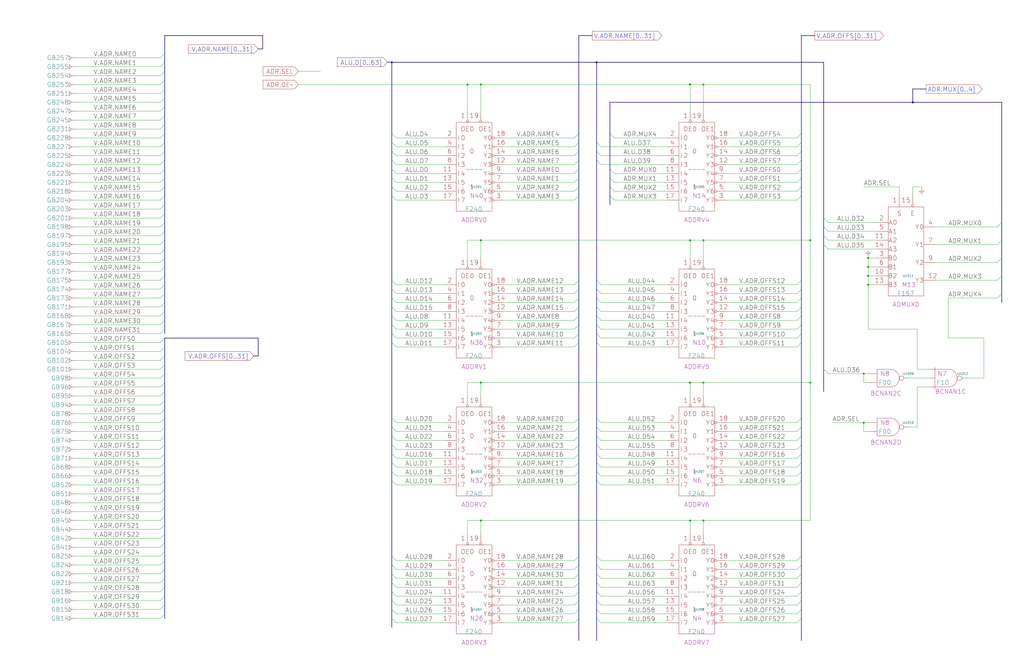
<source format=kicad_sch>
(kicad_sch (version 20211123) (generator eeschema)
  (paper "User" 584.2 378.46)
  (title_block (title "ADDRESS BUS DRIVER") (date "22-MAR-90") (rev "1.0") (comment 1 "VALUE") (comment 2 "232-003063") (comment 3 "S400") (comment 4 "RELEASED"))
  (bus (pts (xy 144.78 203.2) (xy 147.32 203.2)))
  (bus (pts (xy 147.32 203.2) (xy 147.32 193.04)))
  (bus (pts (xy 147.32 27.94) (xy 149.86 27.94)))
  (bus (pts (xy 149.86 27.94) (xy 149.86 20.32)))
  (bus (pts (xy 220.98 35.56) (xy 223.52 35.56)))
  (bus (pts (xy 223.52 101.6) (xy 223.52 106.68)))
  (bus (pts (xy 223.52 106.68) (xy 223.52 111.76)))
  (bus (pts (xy 223.52 111.76) (xy 223.52 160.02)))
  (bus (pts (xy 223.52 160.02) (xy 223.52 165.1)))
  (bus (pts (xy 223.52 165.1) (xy 223.52 170.18)))
  (bus (pts (xy 223.52 170.18) (xy 223.52 175.26)))
  (bus (pts (xy 223.52 175.26) (xy 223.52 180.34)))
  (bus (pts (xy 223.52 180.34) (xy 223.52 185.42)))
  (bus (pts (xy 223.52 185.42) (xy 223.52 190.5)))
  (bus (pts (xy 223.52 190.5) (xy 223.52 195.58)))
  (bus (pts (xy 223.52 195.58) (xy 223.52 238.76)))
  (bus (pts (xy 223.52 238.76) (xy 223.52 243.84)))
  (bus (pts (xy 223.52 243.84) (xy 223.52 248.92)))
  (bus (pts (xy 223.52 248.92) (xy 223.52 254)))
  (bus (pts (xy 223.52 254) (xy 223.52 259.08)))
  (bus (pts (xy 223.52 259.08) (xy 223.52 264.16)))
  (bus (pts (xy 223.52 264.16) (xy 223.52 269.24)))
  (bus (pts (xy 223.52 269.24) (xy 223.52 274.32)))
  (bus (pts (xy 223.52 274.32) (xy 223.52 317.5)))
  (bus (pts (xy 223.52 317.5) (xy 223.52 322.58)))
  (bus (pts (xy 223.52 322.58) (xy 223.52 327.66)))
  (bus (pts (xy 223.52 327.66) (xy 223.52 332.74)))
  (bus (pts (xy 223.52 332.74) (xy 223.52 337.82)))
  (bus (pts (xy 223.52 337.82) (xy 223.52 342.9)))
  (bus (pts (xy 223.52 342.9) (xy 223.52 347.98)))
  (bus (pts (xy 223.52 347.98) (xy 223.52 353.06)))
  (bus (pts (xy 223.52 35.56) (xy 223.52 76.2)))
  (bus (pts (xy 223.52 35.56) (xy 340.36 35.56)))
  (bus (pts (xy 223.52 353.06) (xy 223.52 358.14)))
  (bus (pts (xy 223.52 76.2) (xy 223.52 81.28)))
  (bus (pts (xy 223.52 81.28) (xy 223.52 86.36)))
  (bus (pts (xy 223.52 86.36) (xy 223.52 91.44)))
  (bus (pts (xy 223.52 91.44) (xy 223.52 96.52)))
  (bus (pts (xy 223.52 96.52) (xy 223.52 101.6)))
  (bus (pts (xy 330.2 101.6) (xy 330.2 106.68)))
  (bus (pts (xy 330.2 106.68) (xy 330.2 111.76)))
  (bus (pts (xy 330.2 111.76) (xy 330.2 160.02)))
  (bus (pts (xy 330.2 160.02) (xy 330.2 165.1)))
  (bus (pts (xy 330.2 165.1) (xy 330.2 170.18)))
  (bus (pts (xy 330.2 170.18) (xy 330.2 175.26)))
  (bus (pts (xy 330.2 175.26) (xy 330.2 180.34)))
  (bus (pts (xy 330.2 180.34) (xy 330.2 185.42)))
  (bus (pts (xy 330.2 185.42) (xy 330.2 190.5)))
  (bus (pts (xy 330.2 190.5) (xy 330.2 195.58)))
  (bus (pts (xy 330.2 195.58) (xy 330.2 238.76)))
  (bus (pts (xy 330.2 20.32) (xy 330.2 76.2)))
  (bus (pts (xy 330.2 20.32) (xy 337.82 20.32)))
  (bus (pts (xy 330.2 238.76) (xy 330.2 243.84)))
  (bus (pts (xy 330.2 243.84) (xy 330.2 248.92)))
  (bus (pts (xy 330.2 248.92) (xy 330.2 254)))
  (bus (pts (xy 330.2 254) (xy 330.2 259.08)))
  (bus (pts (xy 330.2 259.08) (xy 330.2 264.16)))
  (bus (pts (xy 330.2 264.16) (xy 330.2 269.24)))
  (bus (pts (xy 330.2 269.24) (xy 330.2 274.32)))
  (bus (pts (xy 330.2 274.32) (xy 330.2 317.5)))
  (bus (pts (xy 330.2 317.5) (xy 330.2 322.58)))
  (bus (pts (xy 330.2 322.58) (xy 330.2 327.66)))
  (bus (pts (xy 330.2 327.66) (xy 330.2 332.74)))
  (bus (pts (xy 330.2 332.74) (xy 330.2 337.82)))
  (bus (pts (xy 330.2 337.82) (xy 330.2 342.9)))
  (bus (pts (xy 330.2 342.9) (xy 330.2 347.98)))
  (bus (pts (xy 330.2 347.98) (xy 330.2 353.06)))
  (bus (pts (xy 330.2 353.06) (xy 330.2 365.76)))
  (bus (pts (xy 330.2 76.2) (xy 330.2 81.28)))
  (bus (pts (xy 330.2 81.28) (xy 330.2 86.36)))
  (bus (pts (xy 330.2 86.36) (xy 330.2 91.44)))
  (bus (pts (xy 330.2 91.44) (xy 330.2 96.52)))
  (bus (pts (xy 330.2 96.52) (xy 330.2 101.6)))
  (bus (pts (xy 340.36 160.02) (xy 340.36 165.1)))
  (bus (pts (xy 340.36 165.1) (xy 340.36 170.18)))
  (bus (pts (xy 340.36 170.18) (xy 340.36 175.26)))
  (bus (pts (xy 340.36 175.26) (xy 340.36 180.34)))
  (bus (pts (xy 340.36 180.34) (xy 340.36 185.42)))
  (bus (pts (xy 340.36 185.42) (xy 340.36 190.5)))
  (bus (pts (xy 340.36 190.5) (xy 340.36 195.58)))
  (bus (pts (xy 340.36 195.58) (xy 340.36 238.76)))
  (bus (pts (xy 340.36 238.76) (xy 340.36 243.84)))
  (bus (pts (xy 340.36 243.84) (xy 340.36 248.92)))
  (bus (pts (xy 340.36 248.92) (xy 340.36 254)))
  (bus (pts (xy 340.36 254) (xy 340.36 259.08)))
  (bus (pts (xy 340.36 259.08) (xy 340.36 264.16)))
  (bus (pts (xy 340.36 264.16) (xy 340.36 269.24)))
  (bus (pts (xy 340.36 269.24) (xy 340.36 274.32)))
  (bus (pts (xy 340.36 274.32) (xy 340.36 317.5)))
  (bus (pts (xy 340.36 317.5) (xy 340.36 322.58)))
  (bus (pts (xy 340.36 322.58) (xy 340.36 327.66)))
  (bus (pts (xy 340.36 327.66) (xy 340.36 332.74)))
  (bus (pts (xy 340.36 332.74) (xy 340.36 337.82)))
  (bus (pts (xy 340.36 337.82) (xy 340.36 342.9)))
  (bus (pts (xy 340.36 342.9) (xy 340.36 347.98)))
  (bus (pts (xy 340.36 347.98) (xy 340.36 353.06)))
  (bus (pts (xy 340.36 35.56) (xy 340.36 81.28)))
  (bus (pts (xy 340.36 35.56) (xy 469.9 35.56)))
  (bus (pts (xy 340.36 353.06) (xy 340.36 365.76)))
  (bus (pts (xy 340.36 81.28) (xy 340.36 86.36)))
  (bus (pts (xy 340.36 86.36) (xy 340.36 91.44)))
  (bus (pts (xy 340.36 91.44) (xy 340.36 160.02)))
  (bus (pts (xy 347.98 101.6) (xy 347.98 106.68)))
  (bus (pts (xy 347.98 106.68) (xy 347.98 111.76)))
  (bus (pts (xy 347.98 111.76) (xy 347.98 116.84)))
  (bus (pts (xy 347.98 58.42) (xy 347.98 76.2)))
  (bus (pts (xy 347.98 76.2) (xy 347.98 96.52)))
  (bus (pts (xy 347.98 96.52) (xy 347.98 101.6)))
  (bus (pts (xy 457.2 101.6) (xy 457.2 106.68)))
  (bus (pts (xy 457.2 106.68) (xy 457.2 111.76)))
  (bus (pts (xy 457.2 111.76) (xy 457.2 160.02)))
  (bus (pts (xy 457.2 160.02) (xy 457.2 165.1)))
  (bus (pts (xy 457.2 165.1) (xy 457.2 170.18)))
  (bus (pts (xy 457.2 170.18) (xy 457.2 175.26)))
  (bus (pts (xy 457.2 175.26) (xy 457.2 180.34)))
  (bus (pts (xy 457.2 180.34) (xy 457.2 185.42)))
  (bus (pts (xy 457.2 185.42) (xy 457.2 190.5)))
  (bus (pts (xy 457.2 190.5) (xy 457.2 195.58)))
  (bus (pts (xy 457.2 195.58) (xy 457.2 238.76)))
  (bus (pts (xy 457.2 20.32) (xy 457.2 76.2)))
  (bus (pts (xy 457.2 20.32) (xy 464.82 20.32)))
  (bus (pts (xy 457.2 238.76) (xy 457.2 243.84)))
  (bus (pts (xy 457.2 243.84) (xy 457.2 248.92)))
  (bus (pts (xy 457.2 248.92) (xy 457.2 254)))
  (bus (pts (xy 457.2 254) (xy 457.2 259.08)))
  (bus (pts (xy 457.2 259.08) (xy 457.2 264.16)))
  (bus (pts (xy 457.2 264.16) (xy 457.2 269.24)))
  (bus (pts (xy 457.2 269.24) (xy 457.2 274.32)))
  (bus (pts (xy 457.2 274.32) (xy 457.2 317.5)))
  (bus (pts (xy 457.2 317.5) (xy 457.2 322.58)))
  (bus (pts (xy 457.2 322.58) (xy 457.2 327.66)))
  (bus (pts (xy 457.2 327.66) (xy 457.2 332.74)))
  (bus (pts (xy 457.2 332.74) (xy 457.2 337.82)))
  (bus (pts (xy 457.2 337.82) (xy 457.2 342.9)))
  (bus (pts (xy 457.2 342.9) (xy 457.2 347.98)))
  (bus (pts (xy 457.2 347.98) (xy 457.2 353.06)))
  (bus (pts (xy 457.2 353.06) (xy 457.2 365.76)))
  (bus (pts (xy 457.2 76.2) (xy 457.2 81.28)))
  (bus (pts (xy 457.2 81.28) (xy 457.2 86.36)))
  (bus (pts (xy 457.2 86.36) (xy 457.2 91.44)))
  (bus (pts (xy 457.2 91.44) (xy 457.2 96.52)))
  (bus (pts (xy 457.2 96.52) (xy 457.2 101.6)))
  (bus (pts (xy 469.9 124.46) (xy 469.9 129.54)))
  (bus (pts (xy 469.9 129.54) (xy 469.9 134.62)))
  (bus (pts (xy 469.9 134.62) (xy 469.9 139.7)))
  (bus (pts (xy 469.9 139.7) (xy 469.9 210.82)))
  (bus (pts (xy 469.9 210.82) (xy 469.9 223.52)))
  (bus (pts (xy 469.9 35.56) (xy 469.9 124.46)))
  (bus (pts (xy 520.7 50.8) (xy 520.7 58.42)))
  (bus (pts (xy 520.7 58.42) (xy 347.98 58.42)))
  (bus (pts (xy 528.32 50.8) (xy 520.7 50.8)))
  (bus (pts (xy 571.5 127) (xy 571.5 137.16)))
  (bus (pts (xy 571.5 137.16) (xy 571.5 147.32)))
  (bus (pts (xy 571.5 147.32) (xy 571.5 157.48)))
  (bus (pts (xy 571.5 157.48) (xy 571.5 167.64)))
  (bus (pts (xy 571.5 167.64) (xy 571.5 172.72)))
  (bus (pts (xy 571.5 58.42) (xy 520.7 58.42)))
  (bus (pts (xy 571.5 58.42) (xy 571.5 127)))
  (bus (pts (xy 93.98 101.6) (xy 93.98 106.68)))
  (bus (pts (xy 93.98 106.68) (xy 93.98 111.76)))
  (bus (pts (xy 93.98 111.76) (xy 93.98 116.84)))
  (bus (pts (xy 93.98 116.84) (xy 93.98 121.92)))
  (bus (pts (xy 93.98 121.92) (xy 93.98 127)))
  (bus (pts (xy 93.98 127) (xy 93.98 132.08)))
  (bus (pts (xy 93.98 132.08) (xy 93.98 137.16)))
  (bus (pts (xy 93.98 137.16) (xy 93.98 142.24)))
  (bus (pts (xy 93.98 142.24) (xy 93.98 147.32)))
  (bus (pts (xy 93.98 147.32) (xy 93.98 152.4)))
  (bus (pts (xy 93.98 152.4) (xy 93.98 157.48)))
  (bus (pts (xy 93.98 157.48) (xy 93.98 162.56)))
  (bus (pts (xy 93.98 162.56) (xy 93.98 167.64)))
  (bus (pts (xy 93.98 167.64) (xy 93.98 172.72)))
  (bus (pts (xy 93.98 172.72) (xy 93.98 177.8)))
  (bus (pts (xy 93.98 177.8) (xy 93.98 182.88)))
  (bus (pts (xy 93.98 182.88) (xy 93.98 187.96)))
  (bus (pts (xy 93.98 187.96) (xy 93.98 190.5)))
  (bus (pts (xy 93.98 193.04) (xy 147.32 193.04)))
  (bus (pts (xy 93.98 193.04) (xy 93.98 198.12)))
  (bus (pts (xy 93.98 198.12) (xy 93.98 203.2)))
  (bus (pts (xy 93.98 20.32) (xy 149.86 20.32)))
  (bus (pts (xy 93.98 20.32) (xy 93.98 30.48)))
  (bus (pts (xy 93.98 203.2) (xy 93.98 208.28)))
  (bus (pts (xy 93.98 208.28) (xy 93.98 213.36)))
  (bus (pts (xy 93.98 213.36) (xy 93.98 218.44)))
  (bus (pts (xy 93.98 218.44) (xy 93.98 223.52)))
  (bus (pts (xy 93.98 223.52) (xy 93.98 228.6)))
  (bus (pts (xy 93.98 228.6) (xy 93.98 233.68)))
  (bus (pts (xy 93.98 233.68) (xy 93.98 238.76)))
  (bus (pts (xy 93.98 238.76) (xy 93.98 243.84)))
  (bus (pts (xy 93.98 243.84) (xy 93.98 248.92)))
  (bus (pts (xy 93.98 248.92) (xy 93.98 254)))
  (bus (pts (xy 93.98 254) (xy 93.98 259.08)))
  (bus (pts (xy 93.98 259.08) (xy 93.98 264.16)))
  (bus (pts (xy 93.98 264.16) (xy 93.98 269.24)))
  (bus (pts (xy 93.98 269.24) (xy 93.98 274.32)))
  (bus (pts (xy 93.98 274.32) (xy 93.98 279.4)))
  (bus (pts (xy 93.98 279.4) (xy 93.98 284.48)))
  (bus (pts (xy 93.98 284.48) (xy 93.98 289.56)))
  (bus (pts (xy 93.98 289.56) (xy 93.98 294.64)))
  (bus (pts (xy 93.98 294.64) (xy 93.98 299.72)))
  (bus (pts (xy 93.98 299.72) (xy 93.98 304.8)))
  (bus (pts (xy 93.98 30.48) (xy 93.98 35.56)))
  (bus (pts (xy 93.98 304.8) (xy 93.98 309.88)))
  (bus (pts (xy 93.98 309.88) (xy 93.98 314.96)))
  (bus (pts (xy 93.98 314.96) (xy 93.98 320.04)))
  (bus (pts (xy 93.98 320.04) (xy 93.98 325.12)))
  (bus (pts (xy 93.98 325.12) (xy 93.98 330.2)))
  (bus (pts (xy 93.98 330.2) (xy 93.98 335.28)))
  (bus (pts (xy 93.98 335.28) (xy 93.98 340.36)))
  (bus (pts (xy 93.98 340.36) (xy 93.98 345.44)))
  (bus (pts (xy 93.98 345.44) (xy 93.98 350.52)))
  (bus (pts (xy 93.98 35.56) (xy 93.98 40.64)))
  (bus (pts (xy 93.98 350.52) (xy 93.98 353.06)))
  (bus (pts (xy 93.98 40.64) (xy 93.98 45.72)))
  (bus (pts (xy 93.98 45.72) (xy 93.98 50.8)))
  (bus (pts (xy 93.98 50.8) (xy 93.98 55.88)))
  (bus (pts (xy 93.98 55.88) (xy 93.98 60.96)))
  (bus (pts (xy 93.98 60.96) (xy 93.98 66.04)))
  (bus (pts (xy 93.98 66.04) (xy 93.98 71.12)))
  (bus (pts (xy 93.98 71.12) (xy 93.98 76.2)))
  (bus (pts (xy 93.98 76.2) (xy 93.98 81.28)))
  (bus (pts (xy 93.98 81.28) (xy 93.98 86.36)))
  (bus (pts (xy 93.98 86.36) (xy 93.98 91.44)))
  (bus (pts (xy 93.98 91.44) (xy 93.98 96.52)))
  (bus (pts (xy 93.98 96.52) (xy 93.98 101.6)))
  (wire (pts (xy 170.18 40.64) (xy 182.88 40.64)))
  (wire (pts (xy 170.18 48.26) (xy 266.7 48.26)))
  (wire (pts (xy 226.06 104.14) (xy 254 104.14)))
  (wire (pts (xy 226.06 109.22) (xy 254 109.22)))
  (wire (pts (xy 226.06 114.3) (xy 254 114.3)))
  (wire (pts (xy 226.06 162.56) (xy 254 162.56)))
  (wire (pts (xy 226.06 167.64) (xy 254 167.64)))
  (wire (pts (xy 226.06 172.72) (xy 254 172.72)))
  (wire (pts (xy 226.06 177.8) (xy 254 177.8)))
  (wire (pts (xy 226.06 182.88) (xy 254 182.88)))
  (wire (pts (xy 226.06 187.96) (xy 254 187.96)))
  (wire (pts (xy 226.06 193.04) (xy 254 193.04)))
  (wire (pts (xy 226.06 198.12) (xy 254 198.12)))
  (wire (pts (xy 226.06 241.3) (xy 254 241.3)))
  (wire (pts (xy 226.06 246.38) (xy 254 246.38)))
  (wire (pts (xy 226.06 251.46) (xy 254 251.46)))
  (wire (pts (xy 226.06 256.54) (xy 254 256.54)))
  (wire (pts (xy 226.06 261.62) (xy 254 261.62)))
  (wire (pts (xy 226.06 266.7) (xy 254 266.7)))
  (wire (pts (xy 226.06 271.78) (xy 254 271.78)))
  (wire (pts (xy 226.06 276.86) (xy 254 276.86)))
  (wire (pts (xy 226.06 320.04) (xy 254 320.04)))
  (wire (pts (xy 226.06 325.12) (xy 254 325.12)))
  (wire (pts (xy 226.06 330.2) (xy 254 330.2)))
  (wire (pts (xy 226.06 335.28) (xy 254 335.28)))
  (wire (pts (xy 226.06 340.36) (xy 254 340.36)))
  (wire (pts (xy 226.06 345.44) (xy 254 345.44)))
  (wire (pts (xy 226.06 350.52) (xy 254 350.52)))
  (wire (pts (xy 226.06 355.6) (xy 254 355.6)))
  (wire (pts (xy 226.06 78.74) (xy 254 78.74)))
  (wire (pts (xy 226.06 83.82) (xy 254 83.82)))
  (wire (pts (xy 226.06 88.9) (xy 254 88.9)))
  (wire (pts (xy 226.06 93.98) (xy 254 93.98)))
  (wire (pts (xy 226.06 99.06) (xy 254 99.06)))
  (wire (pts (xy 266.7 137.16) (xy 266.7 147.32)))
  (wire (pts (xy 266.7 137.16) (xy 274.32 137.16)))
  (wire (pts (xy 266.7 218.44) (xy 266.7 226.06)))
  (wire (pts (xy 266.7 218.44) (xy 274.32 218.44)))
  (wire (pts (xy 266.7 297.18) (xy 266.7 304.8)))
  (wire (pts (xy 266.7 48.26) (xy 266.7 63.5)))
  (wire (pts (xy 266.7 48.26) (xy 274.32 48.26)))
  (wire (pts (xy 274.32 137.16) (xy 274.32 147.32)))
  (wire (pts (xy 274.32 137.16) (xy 393.7 137.16)))
  (wire (pts (xy 274.32 218.44) (xy 274.32 226.06)))
  (wire (pts (xy 274.32 218.44) (xy 393.7 218.44)))
  (wire (pts (xy 274.32 297.18) (xy 266.7 297.18)))
  (wire (pts (xy 274.32 297.18) (xy 274.32 304.8)))
  (wire (pts (xy 274.32 48.26) (xy 274.32 63.5)))
  (wire (pts (xy 274.32 48.26) (xy 393.7 48.26)))
  (wire (pts (xy 287.02 104.14) (xy 327.66 104.14)))
  (wire (pts (xy 287.02 109.22) (xy 327.66 109.22)))
  (wire (pts (xy 287.02 114.3) (xy 327.66 114.3)))
  (wire (pts (xy 287.02 162.56) (xy 327.66 162.56)))
  (wire (pts (xy 287.02 167.64) (xy 327.66 167.64)))
  (wire (pts (xy 287.02 172.72) (xy 327.66 172.72)))
  (wire (pts (xy 287.02 177.8) (xy 327.66 177.8)))
  (wire (pts (xy 287.02 182.88) (xy 327.66 182.88)))
  (wire (pts (xy 287.02 187.96) (xy 327.66 187.96)))
  (wire (pts (xy 287.02 193.04) (xy 327.66 193.04)))
  (wire (pts (xy 287.02 198.12) (xy 327.66 198.12)))
  (wire (pts (xy 287.02 241.3) (xy 327.66 241.3)))
  (wire (pts (xy 287.02 246.38) (xy 327.66 246.38)))
  (wire (pts (xy 287.02 251.46) (xy 327.66 251.46)))
  (wire (pts (xy 287.02 256.54) (xy 327.66 256.54)))
  (wire (pts (xy 287.02 261.62) (xy 327.66 261.62)))
  (wire (pts (xy 287.02 266.7) (xy 327.66 266.7)))
  (wire (pts (xy 287.02 271.78) (xy 327.66 271.78)))
  (wire (pts (xy 287.02 276.86) (xy 327.66 276.86)))
  (wire (pts (xy 287.02 320.04) (xy 327.66 320.04)))
  (wire (pts (xy 287.02 325.12) (xy 327.66 325.12)))
  (wire (pts (xy 287.02 330.2) (xy 327.66 330.2)))
  (wire (pts (xy 287.02 335.28) (xy 327.66 335.28)))
  (wire (pts (xy 287.02 340.36) (xy 327.66 340.36)))
  (wire (pts (xy 287.02 345.44) (xy 327.66 345.44)))
  (wire (pts (xy 287.02 350.52) (xy 327.66 350.52)))
  (wire (pts (xy 287.02 355.6) (xy 327.66 355.6)))
  (wire (pts (xy 287.02 78.74) (xy 327.66 78.74)))
  (wire (pts (xy 287.02 83.82) (xy 327.66 83.82)))
  (wire (pts (xy 287.02 88.9) (xy 327.66 88.9)))
  (wire (pts (xy 287.02 93.98) (xy 327.66 93.98)))
  (wire (pts (xy 287.02 99.06) (xy 327.66 99.06)))
  (wire (pts (xy 342.9 162.56) (xy 381 162.56)))
  (wire (pts (xy 342.9 167.64) (xy 381 167.64)))
  (wire (pts (xy 342.9 172.72) (xy 381 172.72)))
  (wire (pts (xy 342.9 177.8) (xy 381 177.8)))
  (wire (pts (xy 342.9 182.88) (xy 381 182.88)))
  (wire (pts (xy 342.9 187.96) (xy 381 187.96)))
  (wire (pts (xy 342.9 193.04) (xy 381 193.04)))
  (wire (pts (xy 342.9 198.12) (xy 381 198.12)))
  (wire (pts (xy 342.9 241.3) (xy 381 241.3)))
  (wire (pts (xy 342.9 246.38) (xy 381 246.38)))
  (wire (pts (xy 342.9 251.46) (xy 381 251.46)))
  (wire (pts (xy 342.9 256.54) (xy 381 256.54)))
  (wire (pts (xy 342.9 261.62) (xy 381 261.62)))
  (wire (pts (xy 342.9 266.7) (xy 381 266.7)))
  (wire (pts (xy 342.9 271.78) (xy 381 271.78)))
  (wire (pts (xy 342.9 276.86) (xy 381 276.86)))
  (wire (pts (xy 342.9 320.04) (xy 381 320.04)))
  (wire (pts (xy 342.9 325.12) (xy 381 325.12)))
  (wire (pts (xy 342.9 330.2) (xy 381 330.2)))
  (wire (pts (xy 342.9 335.28) (xy 381 335.28)))
  (wire (pts (xy 342.9 340.36) (xy 381 340.36)))
  (wire (pts (xy 342.9 345.44) (xy 381 345.44)))
  (wire (pts (xy 342.9 350.52) (xy 381 350.52)))
  (wire (pts (xy 342.9 355.6) (xy 381 355.6)))
  (wire (pts (xy 342.9 83.82) (xy 381 83.82)))
  (wire (pts (xy 342.9 88.9) (xy 381 88.9)))
  (wire (pts (xy 342.9 93.98) (xy 381 93.98)))
  (wire (pts (xy 350.52 104.14) (xy 381 104.14)))
  (wire (pts (xy 350.52 109.22) (xy 381 109.22)))
  (wire (pts (xy 350.52 114.3) (xy 381 114.3)))
  (wire (pts (xy 350.52 78.74) (xy 381 78.74)))
  (wire (pts (xy 350.52 99.06) (xy 381 99.06)))
  (wire (pts (xy 393.7 137.16) (xy 393.7 147.32)))
  (wire (pts (xy 393.7 137.16) (xy 401.32 137.16)))
  (wire (pts (xy 393.7 218.44) (xy 393.7 226.06)))
  (wire (pts (xy 393.7 218.44) (xy 401.32 218.44)))
  (wire (pts (xy 393.7 297.18) (xy 274.32 297.18)))
  (wire (pts (xy 393.7 297.18) (xy 393.7 304.8)))
  (wire (pts (xy 393.7 48.26) (xy 393.7 63.5)))
  (wire (pts (xy 393.7 48.26) (xy 401.32 48.26)))
  (wire (pts (xy 401.32 137.16) (xy 401.32 147.32)))
  (wire (pts (xy 401.32 137.16) (xy 462.28 137.16)))
  (wire (pts (xy 401.32 218.44) (xy 401.32 226.06)))
  (wire (pts (xy 401.32 218.44) (xy 462.28 218.44)))
  (wire (pts (xy 401.32 297.18) (xy 393.7 297.18)))
  (wire (pts (xy 401.32 297.18) (xy 401.32 304.8)))
  (wire (pts (xy 401.32 48.26) (xy 401.32 63.5)))
  (wire (pts (xy 401.32 48.26) (xy 462.28 48.26)))
  (wire (pts (xy 414.02 104.14) (xy 454.66 104.14)))
  (wire (pts (xy 414.02 109.22) (xy 454.66 109.22)))
  (wire (pts (xy 414.02 114.3) (xy 454.66 114.3)))
  (wire (pts (xy 414.02 162.56) (xy 454.66 162.56)))
  (wire (pts (xy 414.02 167.64) (xy 454.66 167.64)))
  (wire (pts (xy 414.02 172.72) (xy 454.66 172.72)))
  (wire (pts (xy 414.02 177.8) (xy 454.66 177.8)))
  (wire (pts (xy 414.02 182.88) (xy 454.66 182.88)))
  (wire (pts (xy 414.02 187.96) (xy 454.66 187.96)))
  (wire (pts (xy 414.02 193.04) (xy 454.66 193.04)))
  (wire (pts (xy 414.02 198.12) (xy 454.66 198.12)))
  (wire (pts (xy 414.02 241.3) (xy 454.66 241.3)))
  (wire (pts (xy 414.02 246.38) (xy 454.66 246.38)))
  (wire (pts (xy 414.02 251.46) (xy 454.66 251.46)))
  (wire (pts (xy 414.02 256.54) (xy 454.66 256.54)))
  (wire (pts (xy 414.02 261.62) (xy 454.66 261.62)))
  (wire (pts (xy 414.02 266.7) (xy 454.66 266.7)))
  (wire (pts (xy 414.02 271.78) (xy 454.66 271.78)))
  (wire (pts (xy 414.02 276.86) (xy 454.66 276.86)))
  (wire (pts (xy 414.02 320.04) (xy 454.66 320.04)))
  (wire (pts (xy 414.02 325.12) (xy 454.66 325.12)))
  (wire (pts (xy 414.02 330.2) (xy 454.66 330.2)))
  (wire (pts (xy 414.02 335.28) (xy 454.66 335.28)))
  (wire (pts (xy 414.02 340.36) (xy 454.66 340.36)))
  (wire (pts (xy 414.02 345.44) (xy 454.66 345.44)))
  (wire (pts (xy 414.02 350.52) (xy 454.66 350.52)))
  (wire (pts (xy 414.02 355.6) (xy 454.66 355.6)))
  (wire (pts (xy 414.02 78.74) (xy 454.66 78.74)))
  (wire (pts (xy 414.02 83.82) (xy 454.66 83.82)))
  (wire (pts (xy 414.02 88.9) (xy 454.66 88.9)))
  (wire (pts (xy 414.02 93.98) (xy 454.66 93.98)))
  (wire (pts (xy 414.02 99.06) (xy 454.66 99.06)))
  (wire (pts (xy 43.18 104.14) (xy 91.44 104.14)))
  (wire (pts (xy 43.18 109.22) (xy 91.44 109.22)))
  (wire (pts (xy 43.18 114.3) (xy 91.44 114.3)))
  (wire (pts (xy 43.18 119.38) (xy 91.44 119.38)))
  (wire (pts (xy 43.18 124.46) (xy 91.44 124.46)))
  (wire (pts (xy 43.18 129.54) (xy 91.44 129.54)))
  (wire (pts (xy 43.18 134.62) (xy 91.44 134.62)))
  (wire (pts (xy 43.18 139.7) (xy 91.44 139.7)))
  (wire (pts (xy 43.18 144.78) (xy 91.44 144.78)))
  (wire (pts (xy 43.18 149.86) (xy 91.44 149.86)))
  (wire (pts (xy 43.18 154.94) (xy 91.44 154.94)))
  (wire (pts (xy 43.18 160.02) (xy 91.44 160.02)))
  (wire (pts (xy 43.18 165.1) (xy 91.44 165.1)))
  (wire (pts (xy 43.18 170.18) (xy 91.44 170.18)))
  (wire (pts (xy 43.18 175.26) (xy 91.44 175.26)))
  (wire (pts (xy 43.18 180.34) (xy 91.44 180.34)))
  (wire (pts (xy 43.18 185.42) (xy 91.44 185.42)))
  (wire (pts (xy 43.18 190.5) (xy 91.44 190.5)))
  (wire (pts (xy 43.18 195.58) (xy 91.44 195.58)))
  (wire (pts (xy 43.18 200.66) (xy 91.44 200.66)))
  (wire (pts (xy 43.18 205.74) (xy 91.44 205.74)))
  (wire (pts (xy 43.18 210.82) (xy 91.44 210.82)))
  (wire (pts (xy 43.18 215.9) (xy 91.44 215.9)))
  (wire (pts (xy 43.18 220.98) (xy 91.44 220.98)))
  (wire (pts (xy 43.18 226.06) (xy 91.44 226.06)))
  (wire (pts (xy 43.18 231.14) (xy 91.44 231.14)))
  (wire (pts (xy 43.18 236.22) (xy 91.44 236.22)))
  (wire (pts (xy 43.18 241.3) (xy 91.44 241.3)))
  (wire (pts (xy 43.18 246.38) (xy 91.44 246.38)))
  (wire (pts (xy 43.18 251.46) (xy 91.44 251.46)))
  (wire (pts (xy 43.18 256.54) (xy 91.44 256.54)))
  (wire (pts (xy 43.18 261.62) (xy 91.44 261.62)))
  (wire (pts (xy 43.18 266.7) (xy 91.44 266.7)))
  (wire (pts (xy 43.18 271.78) (xy 91.44 271.78)))
  (wire (pts (xy 43.18 276.86) (xy 91.44 276.86)))
  (wire (pts (xy 43.18 281.94) (xy 91.44 281.94)))
  (wire (pts (xy 43.18 287.02) (xy 91.44 287.02)))
  (wire (pts (xy 43.18 292.1) (xy 91.44 292.1)))
  (wire (pts (xy 43.18 297.18) (xy 91.44 297.18)))
  (wire (pts (xy 43.18 302.26) (xy 91.44 302.26)))
  (wire (pts (xy 43.18 307.34) (xy 91.44 307.34)))
  (wire (pts (xy 43.18 312.42) (xy 91.44 312.42)))
  (wire (pts (xy 43.18 317.5) (xy 91.44 317.5)))
  (wire (pts (xy 43.18 322.58) (xy 91.44 322.58)))
  (wire (pts (xy 43.18 327.66) (xy 91.44 327.66)))
  (wire (pts (xy 43.18 33.02) (xy 91.44 33.02)))
  (wire (pts (xy 43.18 332.74) (xy 91.44 332.74)))
  (wire (pts (xy 43.18 337.82) (xy 91.44 337.82)))
  (wire (pts (xy 43.18 342.9) (xy 91.44 342.9)))
  (wire (pts (xy 43.18 347.98) (xy 91.44 347.98)))
  (wire (pts (xy 43.18 353.06) (xy 91.44 353.06)))
  (wire (pts (xy 43.18 38.1) (xy 91.44 38.1)))
  (wire (pts (xy 43.18 43.18) (xy 91.44 43.18)))
  (wire (pts (xy 43.18 48.26) (xy 91.44 48.26)))
  (wire (pts (xy 43.18 53.34) (xy 91.44 53.34)))
  (wire (pts (xy 43.18 58.42) (xy 91.44 58.42)))
  (wire (pts (xy 43.18 63.5) (xy 91.44 63.5)))
  (wire (pts (xy 43.18 68.58) (xy 91.44 68.58)))
  (wire (pts (xy 43.18 73.66) (xy 91.44 73.66)))
  (wire (pts (xy 43.18 78.74) (xy 91.44 78.74)))
  (wire (pts (xy 43.18 83.82) (xy 91.44 83.82)))
  (wire (pts (xy 43.18 88.9) (xy 91.44 88.9)))
  (wire (pts (xy 43.18 93.98) (xy 91.44 93.98)))
  (wire (pts (xy 43.18 99.06) (xy 91.44 99.06)))
  (wire (pts (xy 462.28 137.16) (xy 462.28 218.44)))
  (wire (pts (xy 462.28 218.44) (xy 462.28 297.18)))
  (wire (pts (xy 462.28 297.18) (xy 401.32 297.18)))
  (wire (pts (xy 462.28 48.26) (xy 462.28 137.16)))
  (wire (pts (xy 472.44 127) (xy 500.38 127)))
  (wire (pts (xy 472.44 132.08) (xy 500.38 132.08)))
  (wire (pts (xy 472.44 137.16) (xy 500.38 137.16)))
  (wire (pts (xy 472.44 142.24) (xy 500.38 142.24)))
  (wire (pts (xy 472.44 213.36) (xy 492.76 213.36)))
  (wire (pts (xy 474.98 241.3) (xy 492.76 241.3)))
  (wire (pts (xy 492.76 106.68) (xy 513.08 106.68)))
  (wire (pts (xy 492.76 213.36) (xy 495.3 213.36)))
  (wire (pts (xy 492.76 218.44) (xy 492.76 213.36)))
  (wire (pts (xy 492.76 241.3) (xy 495.3 241.3)))
  (wire (pts (xy 492.76 246.38) (xy 492.76 241.3)))
  (wire (pts (xy 495.3 147.32) (xy 500.38 147.32)))
  (wire (pts (xy 495.3 152.4) (xy 495.3 147.32)))
  (wire (pts (xy 495.3 152.4) (xy 500.38 152.4)))
  (wire (pts (xy 495.3 157.48) (xy 495.3 152.4)))
  (wire (pts (xy 495.3 157.48) (xy 500.38 157.48)))
  (wire (pts (xy 495.3 162.56) (xy 495.3 157.48)))
  (wire (pts (xy 495.3 162.56) (xy 500.38 162.56)))
  (wire (pts (xy 495.3 187.96) (xy 495.3 162.56)))
  (wire (pts (xy 495.3 218.44) (xy 492.76 218.44)))
  (wire (pts (xy 495.3 246.38) (xy 492.76 246.38)))
  (wire (pts (xy 513.08 106.68) (xy 513.08 111.76)))
  (wire (pts (xy 518.16 215.9) (xy 530.86 215.9)))
  (wire (pts (xy 520.7 106.68) (xy 525.78 106.68)))
  (wire (pts (xy 520.7 111.76) (xy 520.7 106.68)))
  (wire (pts (xy 523.24 187.96) (xy 495.3 187.96)))
  (wire (pts (xy 523.24 210.82) (xy 523.24 187.96)))
  (wire (pts (xy 523.24 220.98) (xy 523.24 243.84)))
  (wire (pts (xy 523.24 243.84) (xy 518.16 243.84)))
  (wire (pts (xy 530.86 210.82) (xy 523.24 210.82)))
  (wire (pts (xy 530.86 220.98) (xy 523.24 220.98)))
  (wire (pts (xy 533.4 129.54) (xy 568.96 129.54)))
  (wire (pts (xy 533.4 139.7) (xy 568.96 139.7)))
  (wire (pts (xy 533.4 149.86) (xy 568.96 149.86)))
  (wire (pts (xy 533.4 160.02) (xy 568.96 160.02)))
  (wire (pts (xy 541.02 170.18) (xy 541.02 193.04)))
  (wire (pts (xy 541.02 170.18) (xy 568.96 170.18)))
  (wire (pts (xy 541.02 193.04) (xy 561.34 193.04)))
  (wire (pts (xy 561.34 193.04) (xy 561.34 215.9)))
  (wire (pts (xy 561.34 215.9) (xy 551.18 215.9)))
  (symbol (lib_id "r1000:GB") (at 43.18 33.02 0) (mirror y) (unit 1)
    (property "Reference" "GB257" (at 39.37 33.02 0) (effects (font (size 2.54 2.54)) (justify left)))
    (property "Value" "GB" (effects hide))
  )
  (symbol (lib_id "r1000:GB") (at 43.18 38.1 0) (mirror y) (unit 1)
    (property "Reference" "GB255" (at 39.37 38.1 0) (effects (font (size 2.54 2.54)) (justify left)))
    (property "Value" "GB" (effects hide))
  )
  (symbol (lib_id "r1000:GB") (at 43.18 43.18 0) (mirror y) (unit 1)
    (property "Reference" "GB254" (at 39.37 43.18 0) (effects (font (size 2.54 2.54)) (justify left)))
    (property "Value" "GB" (effects hide))
  )
  (symbol (lib_id "r1000:GB") (at 43.18 48.26 0) (mirror y) (unit 1)
    (property "Reference" "GB253" (at 39.37 48.26 0) (effects (font (size 2.54 2.54)) (justify left)))
    (property "Value" "GB" (effects hide))
  )
  (symbol (lib_id "r1000:GB") (at 43.18 53.34 0) (mirror y) (unit 1)
    (property "Reference" "GB251" (at 39.37 53.34 0) (effects (font (size 2.54 2.54)) (justify left)))
    (property "Value" "GB" (effects hide))
  )
  (symbol (lib_id "r1000:GB") (at 43.18 58.42 0) (mirror y) (unit 1)
    (property "Reference" "GB248" (at 39.37 58.42 0) (effects (font (size 2.54 2.54)) (justify left)))
    (property "Value" "GB" (effects hide))
  )
  (symbol (lib_id "r1000:GB") (at 43.18 63.5 0) (mirror y) (unit 1)
    (property "Reference" "GB247" (at 39.37 63.5 0) (effects (font (size 2.54 2.54)) (justify left)))
    (property "Value" "GB" (effects hide))
  )
  (symbol (lib_id "r1000:GB") (at 43.18 68.58 0) (mirror y) (unit 1)
    (property "Reference" "GB245" (at 39.37 68.58 0) (effects (font (size 2.54 2.54)) (justify left)))
    (property "Value" "GB" (effects hide))
  )
  (symbol (lib_id "r1000:GB") (at 43.18 73.66 0) (mirror y) (unit 1)
    (property "Reference" "GB231" (at 39.37 73.66 0) (effects (font (size 2.54 2.54)) (justify left)))
    (property "Value" "GB" (effects hide))
  )
  (symbol (lib_id "r1000:GB") (at 43.18 78.74 0) (mirror y) (unit 1)
    (property "Reference" "GB228" (at 39.37 78.74 0) (effects (font (size 2.54 2.54)) (justify left)))
    (property "Value" "GB" (effects hide))
  )
  (symbol (lib_id "r1000:GB") (at 43.18 83.82 0) (mirror y) (unit 1)
    (property "Reference" "GB227" (at 39.37 83.82 0) (effects (font (size 2.54 2.54)) (justify left)))
    (property "Value" "GB" (effects hide))
  )
  (symbol (lib_id "r1000:GB") (at 43.18 88.9 0) (mirror y) (unit 1)
    (property "Reference" "GB225" (at 39.37 88.9 0) (effects (font (size 2.54 2.54)) (justify left)))
    (property "Value" "GB" (effects hide))
  )
  (symbol (lib_id "r1000:GB") (at 43.18 93.98 0) (mirror y) (unit 1)
    (property "Reference" "GB224" (at 39.37 93.98 0) (effects (font (size 2.54 2.54)) (justify left)))
    (property "Value" "GB" (effects hide))
  )
  (symbol (lib_id "r1000:GB") (at 43.18 99.06 0) (mirror y) (unit 1)
    (property "Reference" "GB223" (at 39.37 99.06 0) (effects (font (size 2.54 2.54)) (justify left)))
    (property "Value" "GB" (effects hide))
  )
  (symbol (lib_id "r1000:GB") (at 43.18 104.14 0) (mirror y) (unit 1)
    (property "Reference" "GB221" (at 39.37 104.14 0) (effects (font (size 2.54 2.54)) (justify left)))
    (property "Value" "GB" (effects hide))
  )
  (symbol (lib_id "r1000:GB") (at 43.18 109.22 0) (mirror y) (unit 1)
    (property "Reference" "GB218" (at 39.37 109.22 0) (effects (font (size 2.54 2.54)) (justify left)))
    (property "Value" "GB" (effects hide))
  )
  (symbol (lib_id "r1000:GB") (at 43.18 114.3 0) (mirror y) (unit 1)
    (property "Reference" "GB204" (at 39.37 114.3 0) (effects (font (size 2.54 2.54)) (justify left)))
    (property "Value" "GB" (effects hide))
  )
  (symbol (lib_id "r1000:GB") (at 43.18 119.38 0) (mirror y) (unit 1)
    (property "Reference" "GB203" (at 39.37 119.38 0) (effects (font (size 2.54 2.54)) (justify left)))
    (property "Value" "GB" (effects hide))
  )
  (symbol (lib_id "r1000:GB") (at 43.18 124.46 0) (mirror y) (unit 1)
    (property "Reference" "GB201" (at 39.37 124.46 0) (effects (font (size 2.54 2.54)) (justify left)))
    (property "Value" "GB" (effects hide))
  )
  (symbol (lib_id "r1000:GB") (at 43.18 129.54 0) (mirror y) (unit 1)
    (property "Reference" "GB198" (at 39.37 129.54 0) (effects (font (size 2.54 2.54)) (justify left)))
    (property "Value" "GB" (effects hide))
  )
  (symbol (lib_id "r1000:GB") (at 43.18 134.62 0) (mirror y) (unit 1)
    (property "Reference" "GB197" (at 39.37 134.62 0) (effects (font (size 2.54 2.54)) (justify left)))
    (property "Value" "GB" (effects hide))
  )
  (symbol (lib_id "r1000:GB") (at 43.18 139.7 0) (mirror y) (unit 1)
    (property "Reference" "GB195" (at 39.37 139.7 0) (effects (font (size 2.54 2.54)) (justify left)))
    (property "Value" "GB" (effects hide))
  )
  (symbol (lib_id "r1000:GB") (at 43.18 144.78 0) (mirror y) (unit 1)
    (property "Reference" "GB194" (at 39.37 144.78 0) (effects (font (size 2.54 2.54)) (justify left)))
    (property "Value" "GB" (effects hide))
  )
  (symbol (lib_id "r1000:GB") (at 43.18 149.86 0) (mirror y) (unit 1)
    (property "Reference" "GB193" (at 39.37 149.86 0) (effects (font (size 2.54 2.54)) (justify left)))
    (property "Value" "GB" (effects hide))
  )
  (symbol (lib_id "r1000:GB") (at 43.18 154.94 0) (mirror y) (unit 1)
    (property "Reference" "GB177" (at 39.37 154.94 0) (effects (font (size 2.54 2.54)) (justify left)))
    (property "Value" "GB" (effects hide))
  )
  (symbol (lib_id "r1000:GB") (at 43.18 160.02 0) (mirror y) (unit 1)
    (property "Reference" "GB175" (at 39.37 160.02 0) (effects (font (size 2.54 2.54)) (justify left)))
    (property "Value" "GB" (effects hide))
  )
  (symbol (lib_id "r1000:GB") (at 43.18 165.1 0) (mirror y) (unit 1)
    (property "Reference" "GB174" (at 39.37 165.1 0) (effects (font (size 2.54 2.54)) (justify left)))
    (property "Value" "GB" (effects hide))
  )
  (symbol (lib_id "r1000:GB") (at 43.18 170.18 0) (mirror y) (unit 1)
    (property "Reference" "GB173" (at 39.37 170.18 0) (effects (font (size 2.54 2.54)) (justify left)))
    (property "Value" "GB" (effects hide))
  )
  (symbol (lib_id "r1000:GB") (at 43.18 175.26 0) (mirror y) (unit 1)
    (property "Reference" "GB171" (at 39.37 175.26 0) (effects (font (size 2.54 2.54)) (justify left)))
    (property "Value" "GB" (effects hide))
  )
  (symbol (lib_id "r1000:GB") (at 43.18 180.34 0) (mirror y) (unit 1)
    (property "Reference" "GB168" (at 39.37 180.34 0) (effects (font (size 2.54 2.54)) (justify left)))
    (property "Value" "GB" (effects hide))
  )
  (symbol (lib_id "r1000:GB") (at 43.18 185.42 0) (mirror y) (unit 1)
    (property "Reference" "GB167" (at 39.37 185.42 0) (effects (font (size 2.54 2.54)) (justify left)))
    (property "Value" "GB" (effects hide))
  )
  (symbol (lib_id "r1000:GB") (at 43.18 190.5 0) (mirror y) (unit 1)
    (property "Reference" "GB165" (at 39.37 190.5 0) (effects (font (size 2.54 2.54)) (justify left)))
    (property "Value" "GB" (effects hide))
  )
  (symbol (lib_id "r1000:GB") (at 43.18 195.58 0) (mirror y) (unit 1)
    (property "Reference" "GB105" (at 39.37 195.58 0) (effects (font (size 2.54 2.54)) (justify left)))
    (property "Value" "GB" (effects hide))
  )
  (symbol (lib_id "r1000:GB") (at 43.18 200.66 0) (mirror y) (unit 1)
    (property "Reference" "GB104" (at 39.37 200.66 0) (effects (font (size 2.54 2.54)) (justify left)))
    (property "Value" "GB" (effects hide))
  )
  (symbol (lib_id "r1000:GB") (at 43.18 205.74 0) (mirror y) (unit 1)
    (property "Reference" "GB102" (at 39.37 205.74 0) (effects (font (size 2.54 2.54)) (justify left)))
    (property "Value" "GB" (effects hide))
  )
  (symbol (lib_id "r1000:GB") (at 43.18 210.82 0) (mirror y) (unit 1)
    (property "Reference" "GB101" (at 39.37 210.82 0) (effects (font (size 2.54 2.54)) (justify left)))
    (property "Value" "GB" (effects hide))
  )
  (symbol (lib_id "r1000:GB") (at 43.18 215.9 0) (mirror y) (unit 1)
    (property "Reference" "GB98" (at 39.37 215.9 0) (effects (font (size 2.54 2.54)) (justify left)))
    (property "Value" "GB" (effects hide))
  )
  (symbol (lib_id "r1000:GB") (at 43.18 220.98 0) (mirror y) (unit 1)
    (property "Reference" "GB96" (at 39.37 220.98 0) (effects (font (size 2.54 2.54)) (justify left)))
    (property "Value" "GB" (effects hide))
  )
  (symbol (lib_id "r1000:GB") (at 43.18 226.06 0) (mirror y) (unit 1)
    (property "Reference" "GB95" (at 39.37 226.06 0) (effects (font (size 2.54 2.54)) (justify left)))
    (property "Value" "GB" (effects hide))
  )
  (symbol (lib_id "r1000:GB") (at 43.18 231.14 0) (mirror y) (unit 1)
    (property "Reference" "GB94" (at 39.37 231.14 0) (effects (font (size 2.54 2.54)) (justify left)))
    (property "Value" "GB" (effects hide))
  )
  (symbol (lib_id "r1000:GB") (at 43.18 236.22 0) (mirror y) (unit 1)
    (property "Reference" "GB78" (at 39.37 236.22 0) (effects (font (size 2.54 2.54)) (justify left)))
    (property "Value" "GB" (effects hide))
  )
  (symbol (lib_id "r1000:GB") (at 43.18 241.3 0) (mirror y) (unit 1)
    (property "Reference" "GB76" (at 39.37 241.3 0) (effects (font (size 2.54 2.54)) (justify left)))
    (property "Value" "GB" (effects hide))
  )
  (symbol (lib_id "r1000:GB") (at 43.18 246.38 0) (mirror y) (unit 1)
    (property "Reference" "GB75" (at 39.37 246.38 0) (effects (font (size 2.54 2.54)) (justify left)))
    (property "Value" "GB" (effects hide))
  )
  (symbol (lib_id "r1000:GB") (at 43.18 251.46 0) (mirror y) (unit 1)
    (property "Reference" "GB74" (at 39.37 251.46 0) (effects (font (size 2.54 2.54)) (justify left)))
    (property "Value" "GB" (effects hide))
  )
  (symbol (lib_id "r1000:GB") (at 43.18 256.54 0) (mirror y) (unit 1)
    (property "Reference" "GB72" (at 39.37 256.54 0) (effects (font (size 2.54 2.54)) (justify left)))
    (property "Value" "GB" (effects hide))
  )
  (symbol (lib_id "r1000:GB") (at 43.18 261.62 0) (mirror y) (unit 1)
    (property "Reference" "GB71" (at 39.37 261.62 0) (effects (font (size 2.54 2.54)) (justify left)))
    (property "Value" "GB" (effects hide))
  )
  (symbol (lib_id "r1000:GB") (at 43.18 266.7 0) (mirror y) (unit 1)
    (property "Reference" "GB68" (at 39.37 266.7 0) (effects (font (size 2.54 2.54)) (justify left)))
    (property "Value" "GB" (effects hide))
  )
  (symbol (lib_id "r1000:GB") (at 43.18 271.78 0) (mirror y) (unit 1)
    (property "Reference" "GB66" (at 39.37 271.78 0) (effects (font (size 2.54 2.54)) (justify left)))
    (property "Value" "GB" (effects hide))
  )
  (symbol (lib_id "r1000:GB") (at 43.18 276.86 0) (mirror y) (unit 1)
    (property "Reference" "GB52" (at 39.37 276.86 0) (effects (font (size 2.54 2.54)) (justify left)))
    (property "Value" "GB" (effects hide))
  )
  (symbol (lib_id "r1000:GB") (at 43.18 281.94 0) (mirror y) (unit 1)
    (property "Reference" "GB51" (at 39.37 281.94 0) (effects (font (size 2.54 2.54)) (justify left)))
    (property "Value" "GB" (effects hide))
  )
  (symbol (lib_id "r1000:GB") (at 43.18 287.02 0) (mirror y) (unit 1)
    (property "Reference" "GB48" (at 39.37 287.02 0) (effects (font (size 2.54 2.54)) (justify left)))
    (property "Value" "GB" (effects hide))
  )
  (symbol (lib_id "r1000:GB") (at 43.18 292.1 0) (mirror y) (unit 1)
    (property "Reference" "GB46" (at 39.37 292.1 0) (effects (font (size 2.54 2.54)) (justify left)))
    (property "Value" "GB" (effects hide))
  )
  (symbol (lib_id "r1000:GB") (at 43.18 297.18 0) (mirror y) (unit 1)
    (property "Reference" "GB45" (at 39.37 297.18 0) (effects (font (size 2.54 2.54)) (justify left)))
    (property "Value" "GB" (effects hide))
  )
  (symbol (lib_id "r1000:GB") (at 43.18 302.26 0) (mirror y) (unit 1)
    (property "Reference" "GB44" (at 39.37 302.26 0) (effects (font (size 2.54 2.54)) (justify left)))
    (property "Value" "GB" (effects hide))
  )
  (symbol (lib_id "r1000:GB") (at 43.18 307.34 0) (mirror y) (unit 1)
    (property "Reference" "GB42" (at 39.37 307.34 0) (effects (font (size 2.54 2.54)) (justify left)))
    (property "Value" "GB" (effects hide))
  )
  (symbol (lib_id "r1000:GB") (at 43.18 312.42 0) (mirror y) (unit 1)
    (property "Reference" "GB41" (at 39.37 312.42 0) (effects (font (size 2.54 2.54)) (justify left)))
    (property "Value" "GB" (effects hide))
  )
  (symbol (lib_id "r1000:GB") (at 43.18 317.5 0) (mirror y) (unit 1)
    (property "Reference" "GB25" (at 39.37 317.5 0) (effects (font (size 2.54 2.54)) (justify left)))
    (property "Value" "GB" (effects hide))
  )
  (symbol (lib_id "r1000:GB") (at 43.18 322.58 0) (mirror y) (unit 1)
    (property "Reference" "GB24" (at 39.37 322.58 0) (effects (font (size 2.54 2.54)) (justify left)))
    (property "Value" "GB" (effects hide))
  )
  (symbol (lib_id "r1000:GB") (at 43.18 327.66 0) (mirror y) (unit 1)
    (property "Reference" "GB22" (at 39.37 327.66 0) (effects (font (size 2.54 2.54)) (justify left)))
    (property "Value" "GB" (effects hide))
  )
  (symbol (lib_id "r1000:GB") (at 43.18 332.74 0) (mirror y) (unit 1)
    (property "Reference" "GB21" (at 39.37 332.74 0) (effects (font (size 2.54 2.54)) (justify left)))
    (property "Value" "GB" (effects hide))
  )
  (symbol (lib_id "r1000:GB") (at 43.18 337.82 0) (mirror y) (unit 1)
    (property "Reference" "GB18" (at 39.37 337.82 0) (effects (font (size 2.54 2.54)) (justify left)))
    (property "Value" "GB" (effects hide))
  )
  (symbol (lib_id "r1000:GB") (at 43.18 342.9 0) (mirror y) (unit 1)
    (property "Reference" "GB16" (at 39.37 342.9 0) (effects (font (size 2.54 2.54)) (justify left)))
    (property "Value" "GB" (effects hide))
  )
  (symbol (lib_id "r1000:GB") (at 43.18 347.98 0) (mirror y) (unit 1)
    (property "Reference" "GB15" (at 39.37 347.98 0) (effects (font (size 2.54 2.54)) (justify left)))
    (property "Value" "GB" (effects hide))
  )
  (symbol (lib_id "r1000:GB") (at 43.18 353.06 0) (mirror y) (unit 1)
    (property "Reference" "GB14" (at 39.37 353.06 0) (effects (font (size 2.54 2.54)) (justify left)))
    (property "Value" "GB" (effects hide))
  )
  (label "V.ADR.NAME0" (at 53.34 33.02 0) (effects (font (size 2.54 2.54))))
  (label "V.ADR.NAME1" (at 53.34 38.1 0) (effects (font (size 2.54 2.54))))
  (label "V.ADR.NAME2" (at 53.34 43.18 0) (effects (font (size 2.54 2.54))))
  (label "V.ADR.NAME3" (at 53.34 48.26 0) (effects (font (size 2.54 2.54))))
  (label "V.ADR.NAME4" (at 53.34 53.34 0) (effects (font (size 2.54 2.54))))
  (label "V.ADR.NAME5" (at 53.34 58.42 0) (effects (font (size 2.54 2.54))))
  (label "V.ADR.NAME6" (at 53.34 63.5 0) (effects (font (size 2.54 2.54))))
  (label "V.ADR.NAME7" (at 53.34 68.58 0) (effects (font (size 2.54 2.54))))
  (label "V.ADR.NAME8" (at 53.34 73.66 0) (effects (font (size 2.54 2.54))))
  (label "V.ADR.NAME9" (at 53.34 78.74 0) (effects (font (size 2.54 2.54))))
  (label "V.ADR.NAME10" (at 53.34 83.82 0) (effects (font (size 2.54 2.54))))
  (label "V.ADR.NAME11" (at 53.34 88.9 0) (effects (font (size 2.54 2.54))))
  (label "V.ADR.NAME12" (at 53.34 93.98 0) (effects (font (size 2.54 2.54))))
  (label "V.ADR.NAME13" (at 53.34 99.06 0) (effects (font (size 2.54 2.54))))
  (label "V.ADR.NAME14" (at 53.34 104.14 0) (effects (font (size 2.54 2.54))))
  (label "V.ADR.NAME15" (at 53.34 109.22 0) (effects (font (size 2.54 2.54))))
  (label "V.ADR.NAME16" (at 53.34 114.3 0) (effects (font (size 2.54 2.54))))
  (label "V.ADR.NAME17" (at 53.34 119.38 0) (effects (font (size 2.54 2.54))))
  (label "V.ADR.NAME18" (at 53.34 124.46 0) (effects (font (size 2.54 2.54))))
  (label "V.ADR.NAME19" (at 53.34 129.54 0) (effects (font (size 2.54 2.54))))
  (label "V.ADR.NAME20" (at 53.34 134.62 0) (effects (font (size 2.54 2.54))))
  (label "V.ADR.NAME21" (at 53.34 139.7 0) (effects (font (size 2.54 2.54))))
  (label "V.ADR.NAME22" (at 53.34 144.78 0) (effects (font (size 2.54 2.54))))
  (label "V.ADR.NAME23" (at 53.34 149.86 0) (effects (font (size 2.54 2.54))))
  (label "V.ADR.NAME24" (at 53.34 154.94 0) (effects (font (size 2.54 2.54))))
  (label "V.ADR.NAME25" (at 53.34 160.02 0) (effects (font (size 2.54 2.54))))
  (label "V.ADR.NAME26" (at 53.34 165.1 0) (effects (font (size 2.54 2.54))))
  (label "V.ADR.NAME27" (at 53.34 170.18 0) (effects (font (size 2.54 2.54))))
  (label "V.ADR.NAME28" (at 53.34 175.26 0) (effects (font (size 2.54 2.54))))
  (label "V.ADR.NAME29" (at 53.34 180.34 0) (effects (font (size 2.54 2.54))))
  (label "V.ADR.NAME30" (at 53.34 185.42 0) (effects (font (size 2.54 2.54))))
  (label "V.ADR.NAME31" (at 53.34 190.5 0) (effects (font (size 2.54 2.54))))
  (label "V.ADR.OFFS0" (at 53.34 195.58 0) (effects (font (size 2.54 2.54))))
  (label "V.ADR.OFFS1" (at 53.34 200.66 0) (effects (font (size 2.54 2.54))))
  (label "V.ADR.OFFS2" (at 53.34 205.74 0) (effects (font (size 2.54 2.54))))
  (label "V.ADR.OFFS3" (at 53.34 210.82 0) (effects (font (size 2.54 2.54))))
  (label "V.ADR.OFFS4" (at 53.34 215.9 0) (effects (font (size 2.54 2.54))))
  (label "V.ADR.OFFS5" (at 53.34 220.98 0) (effects (font (size 2.54 2.54))))
  (label "V.ADR.OFFS6" (at 53.34 226.06 0) (effects (font (size 2.54 2.54))))
  (label "V.ADR.OFFS7" (at 53.34 231.14 0) (effects (font (size 2.54 2.54))))
  (label "V.ADR.OFFS8" (at 53.34 236.22 0) (effects (font (size 2.54 2.54))))
  (label "V.ADR.OFFS9" (at 53.34 241.3 0) (effects (font (size 2.54 2.54))))
  (label "V.ADR.OFFS10" (at 53.34 246.38 0) (effects (font (size 2.54 2.54))))
  (label "V.ADR.OFFS11" (at 53.34 251.46 0) (effects (font (size 2.54 2.54))))
  (label "V.ADR.OFFS12" (at 53.34 256.54 0) (effects (font (size 2.54 2.54))))
  (label "V.ADR.OFFS13" (at 53.34 261.62 0) (effects (font (size 2.54 2.54))))
  (label "V.ADR.OFFS14" (at 53.34 266.7 0) (effects (font (size 2.54 2.54))))
  (label "V.ADR.OFFS15" (at 53.34 271.78 0) (effects (font (size 2.54 2.54))))
  (label "V.ADR.OFFS16" (at 53.34 276.86 0) (effects (font (size 2.54 2.54))))
  (label "V.ADR.OFFS17" (at 53.34 281.94 0) (effects (font (size 2.54 2.54))))
  (label "V.ADR.OFFS18" (at 53.34 287.02 0) (effects (font (size 2.54 2.54))))
  (label "V.ADR.OFFS19" (at 53.34 292.1 0) (effects (font (size 2.54 2.54))))
  (label "V.ADR.OFFS20" (at 53.34 297.18 0) (effects (font (size 2.54 2.54))))
  (label "V.ADR.OFFS21" (at 53.34 302.26 0) (effects (font (size 2.54 2.54))))
  (label "V.ADR.OFFS22" (at 53.34 307.34 0) (effects (font (size 2.54 2.54))))
  (label "V.ADR.OFFS23" (at 53.34 312.42 0) (effects (font (size 2.54 2.54))))
  (label "V.ADR.OFFS24" (at 53.34 317.5 0) (effects (font (size 2.54 2.54))))
  (label "V.ADR.OFFS25" (at 53.34 322.58 0) (effects (font (size 2.54 2.54))))
  (label "V.ADR.OFFS26" (at 53.34 327.66 0) (effects (font (size 2.54 2.54))))
  (label "V.ADR.OFFS27" (at 53.34 332.74 0) (effects (font (size 2.54 2.54))))
  (label "V.ADR.OFFS28" (at 53.34 337.82 0) (effects (font (size 2.54 2.54))))
  (label "V.ADR.OFFS29" (at 53.34 342.9 0) (effects (font (size 2.54 2.54))))
  (label "V.ADR.OFFS30" (at 53.34 347.98 0) (effects (font (size 2.54 2.54))))
  (label "V.ADR.OFFS31" (at 53.34 353.06 0) (effects (font (size 2.54 2.54))))
  (bus_entry (at 93.98 30.48) (size -2.54 2.54))
  (bus_entry (at 93.98 35.56) (size -2.54 2.54))
  (bus_entry (at 93.98 40.64) (size -2.54 2.54))
  (bus_entry (at 93.98 45.72) (size -2.54 2.54))
  (bus_entry (at 93.98 50.8) (size -2.54 2.54))
  (bus_entry (at 93.98 55.88) (size -2.54 2.54))
  (bus_entry (at 93.98 60.96) (size -2.54 2.54))
  (bus_entry (at 93.98 66.04) (size -2.54 2.54))
  (bus_entry (at 93.98 71.12) (size -2.54 2.54))
  (bus_entry (at 93.98 76.2) (size -2.54 2.54))
  (bus_entry (at 93.98 81.28) (size -2.54 2.54))
  (bus_entry (at 93.98 86.36) (size -2.54 2.54))
  (bus_entry (at 93.98 91.44) (size -2.54 2.54))
  (bus_entry (at 93.98 96.52) (size -2.54 2.54))
  (bus_entry (at 93.98 101.6) (size -2.54 2.54))
  (bus_entry (at 93.98 106.68) (size -2.54 2.54))
  (bus_entry (at 93.98 111.76) (size -2.54 2.54))
  (bus_entry (at 93.98 116.84) (size -2.54 2.54))
  (bus_entry (at 93.98 121.92) (size -2.54 2.54))
  (bus_entry (at 93.98 127) (size -2.54 2.54))
  (bus_entry (at 93.98 132.08) (size -2.54 2.54))
  (bus_entry (at 93.98 137.16) (size -2.54 2.54))
  (bus_entry (at 93.98 142.24) (size -2.54 2.54))
  (bus_entry (at 93.98 147.32) (size -2.54 2.54))
  (bus_entry (at 93.98 152.4) (size -2.54 2.54))
  (bus_entry (at 93.98 157.48) (size -2.54 2.54))
  (bus_entry (at 93.98 162.56) (size -2.54 2.54))
  (bus_entry (at 93.98 167.64) (size -2.54 2.54))
  (bus_entry (at 93.98 172.72) (size -2.54 2.54))
  (bus_entry (at 93.98 177.8) (size -2.54 2.54))
  (bus_entry (at 93.98 182.88) (size -2.54 2.54))
  (bus_entry (at 93.98 187.96) (size -2.54 2.54))
  (bus_entry (at 93.98 193.04) (size -2.54 2.54))
  (bus_entry (at 93.98 198.12) (size -2.54 2.54))
  (bus_entry (at 93.98 203.2) (size -2.54 2.54))
  (bus_entry (at 93.98 208.28) (size -2.54 2.54))
  (bus_entry (at 93.98 213.36) (size -2.54 2.54))
  (bus_entry (at 93.98 218.44) (size -2.54 2.54))
  (bus_entry (at 93.98 223.52) (size -2.54 2.54))
  (bus_entry (at 93.98 228.6) (size -2.54 2.54))
  (bus_entry (at 93.98 233.68) (size -2.54 2.54))
  (bus_entry (at 93.98 238.76) (size -2.54 2.54))
  (bus_entry (at 93.98 243.84) (size -2.54 2.54))
  (bus_entry (at 93.98 248.92) (size -2.54 2.54))
  (bus_entry (at 93.98 254) (size -2.54 2.54))
  (bus_entry (at 93.98 259.08) (size -2.54 2.54))
  (bus_entry (at 93.98 264.16) (size -2.54 2.54))
  (bus_entry (at 93.98 269.24) (size -2.54 2.54))
  (bus_entry (at 93.98 274.32) (size -2.54 2.54))
  (bus_entry (at 93.98 279.4) (size -2.54 2.54))
  (bus_entry (at 93.98 284.48) (size -2.54 2.54))
  (bus_entry (at 93.98 289.56) (size -2.54 2.54))
  (bus_entry (at 93.98 294.64) (size -2.54 2.54))
  (bus_entry (at 93.98 299.72) (size -2.54 2.54))
  (bus_entry (at 93.98 304.8) (size -2.54 2.54))
  (bus_entry (at 93.98 309.88) (size -2.54 2.54))
  (bus_entry (at 93.98 314.96) (size -2.54 2.54))
  (bus_entry (at 93.98 320.04) (size -2.54 2.54))
  (bus_entry (at 93.98 325.12) (size -2.54 2.54))
  (bus_entry (at 93.98 330.2) (size -2.54 2.54))
  (bus_entry (at 93.98 335.28) (size -2.54 2.54))
  (bus_entry (at 93.98 340.36) (size -2.54 2.54))
  (bus_entry (at 93.98 345.44) (size -2.54 2.54))
  (bus_entry (at 93.98 350.52) (size -2.54 2.54))
  (global_label "V.ADR.OFFS[0..31]" (shape input) (at 144.78 203.2 180) (effects (font (size 2.54 2.54))) (property "Intersheet References" "${INTERSHEET_REFS}" (at 105.794 203.0413 0) (effects (font (size 2.54 2.54)) (justify right))))
  (global_label "V.ADR.NAME[0..31]" (shape input) (at 147.32 27.94 180) (effects (font (size 2.54 2.54))) (property "Intersheet References" "${INTERSHEET_REFS}" (at 107.7293 27.7813 0) (effects (font (size 2.54 2.54)) (justify right))))
  (global_label "ADR.SEL" (shape input) (at 170.18 40.64 180) (effects (font (size 2.54 2.54))) (property "Intersheet References" "${INTERSHEET_REFS}" (at 150.114 40.4813 0) (effects (font (size 2.54 2.54)) (justify right))))
  (global_label "ADR.OE~" (shape input) (at 170.18 48.26 180) (effects (font (size 2.54 2.54))) (property "Intersheet References" "${INTERSHEET_REFS}" (at 150.114 48.1013 0) (effects (font (size 2.54 2.54)) (justify right))))
  (global_label "ALU.D[0..63]" (shape input) (at 220.98 35.56 180) (effects (font (size 2.54 2.54))) (property "Intersheet References" "${INTERSHEET_REFS}" (at 192.4473 35.4013 0) (effects (font (size 2.54 2.54)) (justify right))))
  (junction (at 223.52 35.56))
  (bus_entry (at 223.52 76.2) (size 2.54 2.54))
  (bus_entry (at 223.52 81.28) (size 2.54 2.54))
  (bus_entry (at 223.52 86.36) (size 2.54 2.54))
  (bus_entry (at 223.52 91.44) (size 2.54 2.54))
  (bus_entry (at 223.52 96.52) (size 2.54 2.54))
  (bus_entry (at 223.52 101.6) (size 2.54 2.54))
  (bus_entry (at 223.52 106.68) (size 2.54 2.54))
  (bus_entry (at 223.52 111.76) (size 2.54 2.54))
  (bus_entry (at 223.52 160.02) (size 2.54 2.54))
  (bus_entry (at 223.52 165.1) (size 2.54 2.54))
  (bus_entry (at 223.52 170.18) (size 2.54 2.54))
  (bus_entry (at 223.52 175.26) (size 2.54 2.54))
  (bus_entry (at 223.52 180.34) (size 2.54 2.54))
  (bus_entry (at 223.52 185.42) (size 2.54 2.54))
  (bus_entry (at 223.52 190.5) (size 2.54 2.54))
  (bus_entry (at 223.52 195.58) (size 2.54 2.54))
  (bus_entry (at 223.52 238.76) (size 2.54 2.54))
  (bus_entry (at 223.52 243.84) (size 2.54 2.54))
  (bus_entry (at 223.52 248.92) (size 2.54 2.54))
  (bus_entry (at 223.52 254) (size 2.54 2.54))
  (bus_entry (at 223.52 259.08) (size 2.54 2.54))
  (bus_entry (at 223.52 264.16) (size 2.54 2.54))
  (bus_entry (at 223.52 269.24) (size 2.54 2.54))
  (bus_entry (at 223.52 274.32) (size 2.54 2.54))
  (bus_entry (at 223.52 317.5) (size 2.54 2.54))
  (bus_entry (at 223.52 322.58) (size 2.54 2.54))
  (bus_entry (at 223.52 327.66) (size 2.54 2.54))
  (bus_entry (at 223.52 332.74) (size 2.54 2.54))
  (bus_entry (at 223.52 337.82) (size 2.54 2.54))
  (bus_entry (at 223.52 342.9) (size 2.54 2.54))
  (bus_entry (at 223.52 347.98) (size 2.54 2.54))
  (bus_entry (at 223.52 353.06) (size 2.54 2.54))
  (label "ALU.D4" (at 231.14 78.74 0) (effects (font (size 2.54 2.54))))
  (label "ALU.D5" (at 231.14 83.82 0) (effects (font (size 2.54 2.54))))
  (label "ALU.D6" (at 231.14 88.9 0) (effects (font (size 2.54 2.54))))
  (label "ALU.D7" (at 231.14 93.98 0) (effects (font (size 2.54 2.54))))
  (label "ALU.D0" (at 231.14 99.06 0) (effects (font (size 2.54 2.54))))
  (label "ALU.D1" (at 231.14 104.14 0) (effects (font (size 2.54 2.54))))
  (label "ALU.D2" (at 231.14 109.22 0) (effects (font (size 2.54 2.54))))
  (label "ALU.D3" (at 231.14 114.3 0) (effects (font (size 2.54 2.54))))
  (label "ALU.D12" (at 231.14 162.56 0) (effects (font (size 2.54 2.54))))
  (label "ALU.D13" (at 231.14 167.64 0) (effects (font (size 2.54 2.54))))
  (label "ALU.D14" (at 231.14 172.72 0) (effects (font (size 2.54 2.54))))
  (label "ALU.D15" (at 231.14 177.8 0) (effects (font (size 2.54 2.54))))
  (label "ALU.D8" (at 231.14 182.88 0) (effects (font (size 2.54 2.54))))
  (label "ALU.D9" (at 231.14 187.96 0) (effects (font (size 2.54 2.54))))
  (label "ALU.D10" (at 231.14 193.04 0) (effects (font (size 2.54 2.54))))
  (label "ALU.D11" (at 231.14 198.12 0) (effects (font (size 2.54 2.54))))
  (label "ALU.D20" (at 231.14 241.3 0) (effects (font (size 2.54 2.54))))
  (label "ALU.D21" (at 231.14 246.38 0) (effects (font (size 2.54 2.54))))
  (label "ALU.D22" (at 231.14 251.46 0) (effects (font (size 2.54 2.54))))
  (label "ALU.D23" (at 231.14 256.54 0) (effects (font (size 2.54 2.54))))
  (label "ALU.D16" (at 231.14 261.62 0) (effects (font (size 2.54 2.54))))
  (label "ALU.D17" (at 231.14 266.7 0) (effects (font (size 2.54 2.54))))
  (label "ALU.D18" (at 231.14 271.78 0) (effects (font (size 2.54 2.54))))
  (label "ALU.D19" (at 231.14 276.86 0) (effects (font (size 2.54 2.54))))
  (label "ALU.D28" (at 231.14 320.04 0) (effects (font (size 2.54 2.54))))
  (label "ALU.D29" (at 231.14 325.12 0) (effects (font (size 2.54 2.54))))
  (label "ALU.D30" (at 231.14 330.2 0) (effects (font (size 2.54 2.54))))
  (label "ALU.D31" (at 231.14 335.28 0) (effects (font (size 2.54 2.54))))
  (label "ALU.D24" (at 231.14 340.36 0) (effects (font (size 2.54 2.54))))
  (label "ALU.D25" (at 231.14 345.44 0) (effects (font (size 2.54 2.54))))
  (label "ALU.D26" (at 231.14 350.52 0) (effects (font (size 2.54 2.54))))
  (label "ALU.D27" (at 231.14 355.6 0) (effects (font (size 2.54 2.54))))
  (junction (at 266.7 48.26))
  (symbol (lib_id "r1000:F240") (at 269.24 111.76 0) (unit 1)
    (property "Reference" "U4201" (at 271.78 106.68 0))
    (property "Value" "F240" (at 265.43 119.38 0) (effects (font (size 2.54 2.54)) (justify left)))
    (property "Location" "N40" (at 267.97 111.76 0) (effects (font (size 2.54 2.54)) (justify left)))
    (property "Name" "ADDRV0" (at 270.51 127 0) (effects (font (size 2.54 2.54)) (justify bottom)))
  )
  (symbol (lib_id "r1000:F240") (at 269.24 195.58 0) (unit 1)
    (property "Reference" "U4202" (at 271.78 190.5 0))
    (property "Value" "F240" (at 265.43 203.2 0) (effects (font (size 2.54 2.54)) (justify left)))
    (property "Location" "N36" (at 267.97 195.58 0) (effects (font (size 2.54 2.54)) (justify left)))
    (property "Name" "ADDRV1" (at 270.51 210.82 0) (effects (font (size 2.54 2.54)) (justify bottom)))
  )
  (symbol (lib_id "r1000:F240") (at 269.24 274.32 0) (unit 1)
    (property "Reference" "U4203" (at 271.78 269.24 0))
    (property "Value" "F240" (at 265.43 281.94 0) (effects (font (size 2.54 2.54)) (justify left)))
    (property "Location" "N32" (at 267.97 274.32 0) (effects (font (size 2.54 2.54)) (justify left)))
    (property "Name" "ADDRV2" (at 270.51 289.56 0) (effects (font (size 2.54 2.54)) (justify bottom)))
  )
  (symbol (lib_id "r1000:F240") (at 269.24 353.06 0) (unit 1)
    (property "Reference" "U4204" (at 271.78 347.98 0))
    (property "Value" "F240" (at 265.43 360.68 0) (effects (font (size 2.54 2.54)) (justify left)))
    (property "Location" "N26" (at 267.97 353.06 0) (effects (font (size 2.54 2.54)) (justify left)))
    (property "Name" "ADDRV3" (at 270.51 368.3 0) (effects (font (size 2.54 2.54)) (justify bottom)))
  )
  (junction (at 274.32 48.26))
  (junction (at 274.32 137.16))
  (junction (at 274.32 218.44))
  (junction (at 274.32 297.18))
  (label "V.ADR.NAME4" (at 294.64 78.74 0) (effects (font (size 2.54 2.54))))
  (label "V.ADR.NAME5" (at 294.64 83.82 0) (effects (font (size 2.54 2.54))))
  (label "V.ADR.NAME6" (at 294.64 88.9 0) (effects (font (size 2.54 2.54))))
  (label "V.ADR.NAME7" (at 294.64 93.98 0) (effects (font (size 2.54 2.54))))
  (label "V.ADR.NAME0" (at 294.64 99.06 0) (effects (font (size 2.54 2.54))))
  (label "V.ADR.NAME1" (at 294.64 104.14 0) (effects (font (size 2.54 2.54))))
  (label "V.ADR.NAME2" (at 294.64 109.22 0) (effects (font (size 2.54 2.54))))
  (label "V.ADR.NAME3" (at 294.64 114.3 0) (effects (font (size 2.54 2.54))))
  (label "V.ADR.NAME12" (at 294.64 162.56 0) (effects (font (size 2.54 2.54))))
  (label "V.ADR.NAME13" (at 294.64 167.64 0) (effects (font (size 2.54 2.54))))
  (label "V.ADR.NAME14" (at 294.64 172.72 0) (effects (font (size 2.54 2.54))))
  (label "V.ADR.NAME15" (at 294.64 177.8 0) (effects (font (size 2.54 2.54))))
  (label "V.ADR.NAME8" (at 294.64 182.88 0) (effects (font (size 2.54 2.54))))
  (label "V.ADR.NAME9" (at 294.64 187.96 0) (effects (font (size 2.54 2.54))))
  (label "V.ADR.NAME10" (at 294.64 193.04 0) (effects (font (size 2.54 2.54))))
  (label "V.ADR.NAME11" (at 294.64 198.12 0) (effects (font (size 2.54 2.54))))
  (label "V.ADR.NAME20" (at 294.64 241.3 0) (effects (font (size 2.54 2.54))))
  (label "V.ADR.NAME21" (at 294.64 246.38 0) (effects (font (size 2.54 2.54))))
  (label "V.ADR.NAME22" (at 294.64 251.46 0) (effects (font (size 2.54 2.54))))
  (label "V.ADR.NAME23" (at 294.64 256.54 0) (effects (font (size 2.54 2.54))))
  (label "V.ADR.NAME16" (at 294.64 261.62 0) (effects (font (size 2.54 2.54))))
  (label "V.ADR.NAME17" (at 294.64 266.7 0) (effects (font (size 2.54 2.54))))
  (label "V.ADR.NAME18" (at 294.64 271.78 0) (effects (font (size 2.54 2.54))))
  (label "V.ADR.NAME19" (at 294.64 276.86 0) (effects (font (size 2.54 2.54))))
  (label "V.ADR.NAME28" (at 294.64 320.04 0) (effects (font (size 2.54 2.54))))
  (label "V.ADR.NAME29" (at 294.64 325.12 0) (effects (font (size 2.54 2.54))))
  (label "V.ADR.NAME30" (at 294.64 330.2 0) (effects (font (size 2.54 2.54))))
  (label "V.ADR.NAME31" (at 294.64 335.28 0) (effects (font (size 2.54 2.54))))
  (label "V.ADR.NAME24" (at 294.64 340.36 0) (effects (font (size 2.54 2.54))))
  (label "V.ADR.NAME25" (at 294.64 345.44 0) (effects (font (size 2.54 2.54))))
  (label "V.ADR.NAME26" (at 294.64 350.52 0) (effects (font (size 2.54 2.54))))
  (label "V.ADR.NAME27" (at 294.64 355.6 0) (effects (font (size 2.54 2.54))))
  (bus_entry (at 330.2 76.2) (size -2.54 2.54))
  (bus_entry (at 330.2 81.28) (size -2.54 2.54))
  (bus_entry (at 330.2 86.36) (size -2.54 2.54))
  (bus_entry (at 330.2 91.44) (size -2.54 2.54))
  (bus_entry (at 330.2 96.52) (size -2.54 2.54))
  (bus_entry (at 330.2 101.6) (size -2.54 2.54))
  (bus_entry (at 330.2 106.68) (size -2.54 2.54))
  (bus_entry (at 330.2 111.76) (size -2.54 2.54))
  (bus_entry (at 330.2 160.02) (size -2.54 2.54))
  (bus_entry (at 330.2 165.1) (size -2.54 2.54))
  (bus_entry (at 330.2 170.18) (size -2.54 2.54))
  (bus_entry (at 330.2 175.26) (size -2.54 2.54))
  (bus_entry (at 330.2 180.34) (size -2.54 2.54))
  (bus_entry (at 330.2 185.42) (size -2.54 2.54))
  (bus_entry (at 330.2 190.5) (size -2.54 2.54))
  (bus_entry (at 330.2 195.58) (size -2.54 2.54))
  (bus_entry (at 330.2 238.76) (size -2.54 2.54))
  (bus_entry (at 330.2 243.84) (size -2.54 2.54))
  (bus_entry (at 330.2 248.92) (size -2.54 2.54))
  (bus_entry (at 330.2 254) (size -2.54 2.54))
  (bus_entry (at 330.2 259.08) (size -2.54 2.54))
  (bus_entry (at 330.2 264.16) (size -2.54 2.54))
  (bus_entry (at 330.2 269.24) (size -2.54 2.54))
  (bus_entry (at 330.2 274.32) (size -2.54 2.54))
  (bus_entry (at 330.2 317.5) (size -2.54 2.54))
  (bus_entry (at 330.2 322.58) (size -2.54 2.54))
  (bus_entry (at 330.2 327.66) (size -2.54 2.54))
  (bus_entry (at 330.2 332.74) (size -2.54 2.54))
  (bus_entry (at 330.2 337.82) (size -2.54 2.54))
  (bus_entry (at 330.2 342.9) (size -2.54 2.54))
  (bus_entry (at 330.2 347.98) (size -2.54 2.54))
  (bus_entry (at 330.2 353.06) (size -2.54 2.54))
  (global_label "V.ADR.NAME[0..31]" (shape output) (at 337.82 20.32 0) (effects (font (size 2.54 2.54))) (property "Intersheet References" "${INTERSHEET_REFS}" (at 377.6012 20.1613 0) (effects (font (size 2.54 2.54)) (justify left))))
  (junction (at 340.36 35.56))
  (bus_entry (at 340.36 81.28) (size 2.54 2.54))
  (bus_entry (at 340.36 86.36) (size 2.54 2.54))
  (bus_entry (at 340.36 91.44) (size 2.54 2.54))
  (bus_entry (at 340.36 160.02) (size 2.54 2.54))
  (bus_entry (at 340.36 165.1) (size 2.54 2.54))
  (bus_entry (at 340.36 170.18) (size 2.54 2.54))
  (bus_entry (at 340.36 175.26) (size 2.54 2.54))
  (bus_entry (at 340.36 180.34) (size 2.54 2.54))
  (bus_entry (at 340.36 185.42) (size 2.54 2.54))
  (bus_entry (at 340.36 190.5) (size 2.54 2.54))
  (bus_entry (at 340.36 195.58) (size 2.54 2.54))
  (bus_entry (at 340.36 238.76) (size 2.54 2.54))
  (bus_entry (at 340.36 243.84) (size 2.54 2.54))
  (bus_entry (at 340.36 248.92) (size 2.54 2.54))
  (bus_entry (at 340.36 254) (size 2.54 2.54))
  (bus_entry (at 340.36 259.08) (size 2.54 2.54))
  (bus_entry (at 340.36 264.16) (size 2.54 2.54))
  (bus_entry (at 340.36 269.24) (size 2.54 2.54))
  (bus_entry (at 340.36 274.32) (size 2.54 2.54))
  (bus_entry (at 340.36 317.5) (size 2.54 2.54))
  (bus_entry (at 340.36 322.58) (size 2.54 2.54))
  (bus_entry (at 340.36 327.66) (size 2.54 2.54))
  (bus_entry (at 340.36 332.74) (size 2.54 2.54))
  (bus_entry (at 340.36 337.82) (size 2.54 2.54))
  (bus_entry (at 340.36 342.9) (size 2.54 2.54))
  (bus_entry (at 340.36 347.98) (size 2.54 2.54))
  (bus_entry (at 340.36 353.06) (size 2.54 2.54))
  (bus_entry (at 347.98 76.2) (size 2.54 2.54))
  (bus_entry (at 347.98 96.52) (size 2.54 2.54))
  (bus_entry (at 347.98 101.6) (size 2.54 2.54))
  (bus_entry (at 347.98 106.68) (size 2.54 2.54))
  (bus_entry (at 347.98 111.76) (size 2.54 2.54))
  (label "ADR.MUX4" (at 355.6 78.74 0) (effects (font (size 2.54 2.54))))
  (label "ALU.D37" (at 355.6 83.82 0) (effects (font (size 2.54 2.54))))
  (label "ALU.D38" (at 355.6 88.9 0) (effects (font (size 2.54 2.54))))
  (label "ALU.D39" (at 355.6 93.98 0) (effects (font (size 2.54 2.54))))
  (label "ADR.MUX0" (at 355.6 99.06 0) (effects (font (size 2.54 2.54))))
  (label "ADR.MUX1" (at 355.6 104.14 0) (effects (font (size 2.54 2.54))))
  (label "ADR.MUX2" (at 355.6 109.22 0) (effects (font (size 2.54 2.54))))
  (label "ADR.MUX3" (at 355.6 114.3 0) (effects (font (size 2.54 2.54))))
  (label "ALU.D44" (at 358.14 162.56 0) (effects (font (size 2.54 2.54))))
  (label "ALU.D45" (at 358.14 167.64 0) (effects (font (size 2.54 2.54))))
  (label "ALU.D46" (at 358.14 172.72 0) (effects (font (size 2.54 2.54))))
  (label "ALU.D47" (at 358.14 177.8 0) (effects (font (size 2.54 2.54))))
  (label "ALU.D40" (at 358.14 182.88 0) (effects (font (size 2.54 2.54))))
  (label "ALU.D41" (at 358.14 187.96 0) (effects (font (size 2.54 2.54))))
  (label "ALU.D42" (at 358.14 193.04 0) (effects (font (size 2.54 2.54))))
  (label "ALU.D43" (at 358.14 198.12 0) (effects (font (size 2.54 2.54))))
  (label "ALU.D52" (at 358.14 241.3 0) (effects (font (size 2.54 2.54))))
  (label "ALU.D53" (at 358.14 246.38 0) (effects (font (size 2.54 2.54))))
  (label "ALU.D54" (at 358.14 251.46 0) (effects (font (size 2.54 2.54))))
  (label "ALU.D55" (at 358.14 256.54 0) (effects (font (size 2.54 2.54))))
  (label "ALU.D48" (at 358.14 261.62 0) (effects (font (size 2.54 2.54))))
  (label "ALU.D49" (at 358.14 266.7 0) (effects (font (size 2.54 2.54))))
  (label "ALU.D50" (at 358.14 271.78 0) (effects (font (size 2.54 2.54))))
  (label "ALU.D51" (at 358.14 276.86 0) (effects (font (size 2.54 2.54))))
  (label "ALU.D60" (at 358.14 320.04 0) (effects (font (size 2.54 2.54))))
  (label "ALU.D61" (at 358.14 325.12 0) (effects (font (size 2.54 2.54))))
  (label "ALU.D62" (at 358.14 330.2 0) (effects (font (size 2.54 2.54))))
  (label "ALU.D63" (at 358.14 335.28 0) (effects (font (size 2.54 2.54))))
  (label "ALU.D56" (at 358.14 340.36 0) (effects (font (size 2.54 2.54))))
  (label "ALU.D57" (at 358.14 345.44 0) (effects (font (size 2.54 2.54))))
  (label "ALU.D58" (at 358.14 350.52 0) (effects (font (size 2.54 2.54))))
  (label "ALU.D59" (at 358.14 355.6 0) (effects (font (size 2.54 2.54))))
  (junction (at 393.7 48.26))
  (junction (at 393.7 137.16))
  (junction (at 393.7 218.44))
  (junction (at 393.7 297.18))
  (symbol (lib_id "r1000:F240") (at 396.24 111.76 0) (unit 1)
    (property "Reference" "U4205" (at 398.78 106.68 0))
    (property "Value" "F240" (at 392.43 119.38 0) (effects (font (size 2.54 2.54)) (justify left)))
    (property "Location" "N14" (at 394.97 111.76 0) (effects (font (size 2.54 2.54)) (justify left)))
    (property "Name" "ADDRV4" (at 397.51 127 0) (effects (font (size 2.54 2.54)) (justify bottom)))
  )
  (symbol (lib_id "r1000:F240") (at 396.24 195.58 0) (unit 1)
    (property "Reference" "U4206" (at 398.78 190.5 0))
    (property "Value" "F240" (at 392.43 203.2 0) (effects (font (size 2.54 2.54)) (justify left)))
    (property "Location" "N10" (at 394.97 195.58 0) (effects (font (size 2.54 2.54)) (justify left)))
    (property "Name" "ADDRV5" (at 397.51 210.82 0) (effects (font (size 2.54 2.54)) (justify bottom)))
  )
  (symbol (lib_id "r1000:F240") (at 396.24 274.32 0) (unit 1)
    (property "Reference" "U4207" (at 398.78 269.24 0))
    (property "Value" "F240" (at 392.43 281.94 0) (effects (font (size 2.54 2.54)) (justify left)))
    (property "Location" "N6" (at 394.97 274.32 0) (effects (font (size 2.54 2.54)) (justify left)))
    (property "Name" "ADDRV6" (at 397.51 289.56 0) (effects (font (size 2.54 2.54)) (justify bottom)))
  )
  (symbol (lib_id "r1000:F240") (at 396.24 353.06 0) (unit 1)
    (property "Reference" "U4208" (at 398.78 347.98 0))
    (property "Value" "F240" (at 392.43 360.68 0) (effects (font (size 2.54 2.54)) (justify left)))
    (property "Location" "N4" (at 394.97 353.06 0) (effects (font (size 2.54 2.54)) (justify left)))
    (property "Name" "ADDRV7" (at 397.51 368.3 0) (effects (font (size 2.54 2.54)) (justify bottom)))
  )
  (junction (at 401.32 48.26))
  (junction (at 401.32 137.16))
  (junction (at 401.32 218.44))
  (junction (at 401.32 297.18))
  (label "V.ADR.OFFS4" (at 421.64 78.74 0) (effects (font (size 2.54 2.54))))
  (label "V.ADR.OFFS5" (at 421.64 83.82 0) (effects (font (size 2.54 2.54))))
  (label "V.ADR.OFFS6" (at 421.64 88.9 0) (effects (font (size 2.54 2.54))))
  (label "V.ADR.OFFS7" (at 421.64 93.98 0) (effects (font (size 2.54 2.54))))
  (label "V.ADR.OFFS0" (at 421.64 99.06 0) (effects (font (size 2.54 2.54))))
  (label "V.ADR.OFFS1" (at 421.64 104.14 0) (effects (font (size 2.54 2.54))))
  (label "V.ADR.OFFS2" (at 421.64 109.22 0) (effects (font (size 2.54 2.54))))
  (label "V.ADR.OFFS3" (at 421.64 114.3 0) (effects (font (size 2.54 2.54))))
  (label "V.ADR.OFFS12" (at 421.64 162.56 0) (effects (font (size 2.54 2.54))))
  (label "V.ADR.OFFS13" (at 421.64 167.64 0) (effects (font (size 2.54 2.54))))
  (label "V.ADR.OFFS14" (at 421.64 172.72 0) (effects (font (size 2.54 2.54))))
  (label "V.ADR.OFFS15" (at 421.64 177.8 0) (effects (font (size 2.54 2.54))))
  (label "V.ADR.OFFS8" (at 421.64 182.88 0) (effects (font (size 2.54 2.54))))
  (label "V.ADR.OFFS9" (at 421.64 187.96 0) (effects (font (size 2.54 2.54))))
  (label "V.ADR.OFFS10" (at 421.64 193.04 0) (effects (font (size 2.54 2.54))))
  (label "V.ADR.OFFS11" (at 421.64 198.12 0) (effects (font (size 2.54 2.54))))
  (label "V.ADR.OFFS20" (at 421.64 241.3 0) (effects (font (size 2.54 2.54))))
  (label "V.ADR.OFFS21" (at 421.64 246.38 0) (effects (font (size 2.54 2.54))))
  (label "V.ADR.OFFS22" (at 421.64 251.46 0) (effects (font (size 2.54 2.54))))
  (label "V.ADR.OFFS23" (at 421.64 256.54 0) (effects (font (size 2.54 2.54))))
  (label "V.ADR.OFFS16" (at 421.64 261.62 0) (effects (font (size 2.54 2.54))))
  (label "V.ADR.OFFS17" (at 421.64 266.7 0) (effects (font (size 2.54 2.54))))
  (label "V.ADR.OFFS18" (at 421.64 271.78 0) (effects (font (size 2.54 2.54))))
  (label "V.ADR.OFFS19" (at 421.64 276.86 0) (effects (font (size 2.54 2.54))))
  (label "V.ADR.OFFS28" (at 421.64 320.04 0) (effects (font (size 2.54 2.54))))
  (label "V.ADR.OFFS29" (at 421.64 325.12 0) (effects (font (size 2.54 2.54))))
  (label "V.ADR.OFFS30" (at 421.64 330.2 0) (effects (font (size 2.54 2.54))))
  (label "V.ADR.OFFS31" (at 421.64 335.28 0) (effects (font (size 2.54 2.54))))
  (label "V.ADR.OFFS24" (at 421.64 340.36 0) (effects (font (size 2.54 2.54))))
  (label "V.ADR.OFFS25" (at 421.64 345.44 0) (effects (font (size 2.54 2.54))))
  (label "V.ADR.OFFS26" (at 421.64 350.52 0) (effects (font (size 2.54 2.54))))
  (label "V.ADR.OFFS27" (at 421.64 355.6 0) (effects (font (size 2.54 2.54))))
  (bus_entry (at 457.2 76.2) (size -2.54 2.54))
  (bus_entry (at 457.2 81.28) (size -2.54 2.54))
  (bus_entry (at 457.2 86.36) (size -2.54 2.54))
  (bus_entry (at 457.2 91.44) (size -2.54 2.54))
  (bus_entry (at 457.2 96.52) (size -2.54 2.54))
  (bus_entry (at 457.2 101.6) (size -2.54 2.54))
  (bus_entry (at 457.2 106.68) (size -2.54 2.54))
  (bus_entry (at 457.2 111.76) (size -2.54 2.54))
  (bus_entry (at 457.2 160.02) (size -2.54 2.54))
  (bus_entry (at 457.2 165.1) (size -2.54 2.54))
  (bus_entry (at 457.2 170.18) (size -2.54 2.54))
  (bus_entry (at 457.2 175.26) (size -2.54 2.54))
  (bus_entry (at 457.2 180.34) (size -2.54 2.54))
  (bus_entry (at 457.2 185.42) (size -2.54 2.54))
  (bus_entry (at 457.2 190.5) (size -2.54 2.54))
  (bus_entry (at 457.2 195.58) (size -2.54 2.54))
  (bus_entry (at 457.2 238.76) (size -2.54 2.54))
  (bus_entry (at 457.2 243.84) (size -2.54 2.54))
  (bus_entry (at 457.2 248.92) (size -2.54 2.54))
  (bus_entry (at 457.2 254) (size -2.54 2.54))
  (bus_entry (at 457.2 259.08) (size -2.54 2.54))
  (bus_entry (at 457.2 264.16) (size -2.54 2.54))
  (bus_entry (at 457.2 269.24) (size -2.54 2.54))
  (bus_entry (at 457.2 274.32) (size -2.54 2.54))
  (bus_entry (at 457.2 317.5) (size -2.54 2.54))
  (bus_entry (at 457.2 322.58) (size -2.54 2.54))
  (bus_entry (at 457.2 327.66) (size -2.54 2.54))
  (bus_entry (at 457.2 332.74) (size -2.54 2.54))
  (bus_entry (at 457.2 337.82) (size -2.54 2.54))
  (bus_entry (at 457.2 342.9) (size -2.54 2.54))
  (bus_entry (at 457.2 347.98) (size -2.54 2.54))
  (bus_entry (at 457.2 353.06) (size -2.54 2.54))
  (junction (at 462.28 137.16))
  (junction (at 462.28 218.44))
  (global_label "V.ADR.OFFS[0..31]" (shape output) (at 464.82 20.32 0) (effects (font (size 2.54 2.54))) (property "Intersheet References" "${INTERSHEET_REFS}" (at 503.9965 20.1613 0) (effects (font (size 2.54 2.54)) (justify left))))
  (bus_entry (at 469.9 124.46) (size 2.54 2.54))
  (bus_entry (at 469.9 129.54) (size 2.54 2.54))
  (bus_entry (at 469.9 134.62) (size 2.54 2.54))
  (bus_entry (at 469.9 139.7) (size 2.54 2.54))
  (bus_entry (at 469.9 210.82) (size 2.54 2.54))
  (label "ALU.D36" (at 474.98 213.36 0) (effects (font (size 2.54 2.54))))
  (label "ADR.SEL" (at 474.98 241.3 0) (effects (font (size 2.54 2.54))))
  (label "ALU.D32" (at 477.52 127 0) (effects (font (size 2.54 2.54))))
  (label "ALU.D33" (at 477.52 132.08 0) (effects (font (size 2.54 2.54))))
  (label "ALU.D34" (at 477.52 137.16 0) (effects (font (size 2.54 2.54))))
  (label "ALU.D35" (at 477.52 142.24 0) (effects (font (size 2.54 2.54))))
  (label "ADR.SEL" (at 492.76 106.68 0) (effects (font (size 2.54 2.54))))
  (junction (at 492.76 213.36))
  (junction (at 492.76 241.3))
  (junction (at 495.3 147.32))
  (symbol (lib_id "r1000:PU") (at 495.3 147.32 0) (unit 1)
    (property "Reference" "#PWR04201" (effects hide))
    (property "Value" "PU" (effects hide))
  )
  (junction (at 495.3 152.4))
  (junction (at 495.3 157.48))
  (junction (at 495.3 162.56))
  (symbol (lib_id "r1000:F00") (at 502.92 213.36 0) (unit 1)
    (property "Reference" "U4209" (at 518.16 213.36 0))
    (property "Value" "F00" (at 504.825 218.44 0) (effects (font (size 2.54 2.54))))
    (property "Location" "N8" (at 504.825 213.36 0) (effects (font (size 2.54 2.54))))
    (property "Name" "BCNAN2C" (at 505.46 226.06 0) (effects (font (size 2.54 2.54)) (justify bottom)))
  )
  (symbol (lib_id "r1000:F00") (at 502.92 241.3 0) (unit 1)
    (property "Reference" "U4210" (at 518.16 241.3 0))
    (property "Value" "F00" (at 504.825 246.38 0) (effects (font (size 2.54 2.54))))
    (property "Location" "N8" (at 504.825 241.3 0) (effects (font (size 2.54 2.54))))
    (property "Name" "BCNAN2D" (at 505.46 254 0) (effects (font (size 2.54 2.54)) (justify bottom)))
  )
  (symbol (lib_id "r1000:F157") (at 515.62 162.56 0) (unit 1)
    (property "Reference" "U4211" (at 518.16 157.48 0))
    (property "Value" "F157" (at 511.81 167.64 0) (effects (font (size 2.54 2.54)) (justify left)))
    (property "Location" "M13" (at 514.35 162.56 0) (effects (font (size 2.54 2.54)) (justify left)))
    (property "Name" "ADMUX0" (at 516.89 175.26 0) (effects (font (size 2.54 2.54)) (justify bottom)))
  )
  (junction (at 520.7 58.42))
  (symbol (lib_id "r1000:PD") (at 525.78 106.68 0) (unit 1) (in_bom no)
    (property "Reference" "#PWR04202" (effects hide))
    (property "Value" "PD" (effects hide))
  )
  (global_label "ADR.MUX[0..4]" (shape output) (at 528.32 50.8 0) (effects (font (size 2.54 2.54))) (property "Intersheet References" "${INTERSHEET_REFS}" (at 560.2393 50.6413 0) (effects (font (size 2.54 2.54)) (justify left))))
  (symbol (lib_id "r1000:F10") (at 535.94 213.36 0) (unit 1)
    (property "Reference" "U4212" (at 549.275 213.36 0))
    (property "Value" "F10" (at 541.655 218.44 0) (effects (font (size 2.54 2.54)) (justify right)))
    (property "Location" "N7" (at 534.67 213.36 0) (effects (font (size 2.54 2.54)) (justify left)))
    (property "Name" "BCNAN1C" (at 533.4 223.52 0) (effects (font (size 2.54 2.54)) (justify left)))
  )
  (label "ADR.MUX0" (at 541.02 129.54 0) (effects (font (size 2.54 2.54))))
  (label "ADR.MUX1" (at 541.02 139.7 0) (effects (font (size 2.54 2.54))))
  (label "ADR.MUX2" (at 541.02 149.86 0) (effects (font (size 2.54 2.54))))
  (label "ADR.MUX3" (at 541.02 160.02 0) (effects (font (size 2.54 2.54))))
  (label "ADR.MUX4" (at 541.02 170.18 0) (effects (font (size 2.54 2.54))))
  (bus_entry (at 571.5 127) (size -2.54 2.54))
  (bus_entry (at 571.5 137.16) (size -2.54 2.54))
  (bus_entry (at 571.5 147.32) (size -2.54 2.54))
  (bus_entry (at 571.5 157.48) (size -2.54 2.54))
  (bus_entry (at 571.5 167.64) (size -2.54 2.54))
)
</source>
